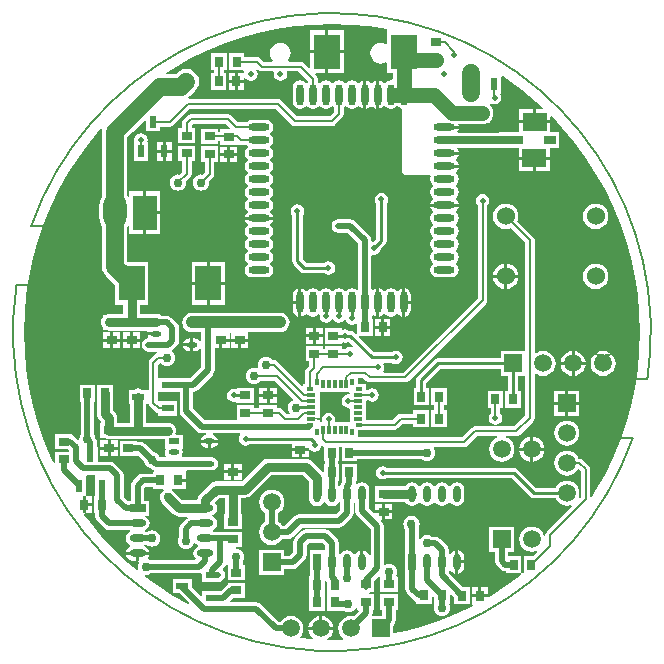
<source format=gtl>
%FSLAX25Y25*%
%MOIN*%
G70*
G01*
G75*
G04 Layer_Physical_Order=1*
G04 Layer_Color=255*
%ADD10R,0.02756X0.03347*%
%ADD11R,0.03347X0.02756*%
%ADD12R,0.03937X0.03150*%
%ADD13R,0.07874X0.06000*%
%ADD14R,0.07000X0.03150*%
%ADD15O,0.07087X0.02362*%
%ADD16O,0.02362X0.07087*%
%ADD17R,0.03937X0.02362*%
%ADD18R,0.02362X0.03937*%
%ADD19R,0.01181X0.02165*%
%ADD20R,0.01181X0.03150*%
%ADD21R,0.02165X0.01181*%
%ADD22R,0.03150X0.01181*%
%ADD23O,0.05500X0.02500*%
%ADD24R,0.05500X0.02500*%
%ADD25R,0.08661X0.11811*%
%ADD26O,0.02500X0.05500*%
%ADD27R,0.02500X0.05500*%
%ADD28O,0.03543X0.01969*%
%ADD29R,0.03543X0.01969*%
%ADD30O,0.03543X0.01969*%
%ADD31C,0.01000*%
%ADD32C,0.00800*%
%ADD33C,0.03000*%
%ADD34C,0.02000*%
%ADD35C,0.04000*%
%ADD36C,0.05000*%
%ADD37C,0.06000*%
%ADD38C,0.00600*%
%ADD39C,0.02500*%
%ADD40C,0.00500*%
%ADD41C,0.06000*%
%ADD42R,0.05906X0.05906*%
%ADD43C,0.05906*%
%ADD44R,0.05906X0.05906*%
%ADD45O,0.07874X0.11811*%
%ADD46R,0.07874X0.11811*%
%ADD47C,0.03000*%
%ADD48C,0.02000*%
%ADD49C,0.05000*%
G36*
X-76497Y67690D02*
X-76636Y66630D01*
Y58900D01*
Y45080D01*
X-76887Y44753D01*
X-77405Y43503D01*
X-77581Y42162D01*
Y38225D01*
X-77405Y36884D01*
X-76887Y35634D01*
X-76636Y35307D01*
Y21800D01*
X-76492Y20704D01*
X-76492Y20704D01*
X-76492D01*
X-76069Y19682D01*
X-75396Y18804D01*
X-72331Y15740D01*
Y9094D01*
X-69523D01*
Y5949D01*
X-73358D01*
X-73400Y5955D01*
X-74205D01*
X-74910Y5862D01*
X-75037Y5809D01*
X-76273D01*
Y4972D01*
X-76564Y4593D01*
X-76836Y3936D01*
X-76929Y3232D01*
X-76836Y2527D01*
X-76564Y1870D01*
X-76273Y1491D01*
Y654D01*
X-75037D01*
X-74910Y601D01*
X-74205Y508D01*
X-73436D01*
X-73395Y503D01*
X-61706D01*
X-61389Y116D01*
X-61415Y-14D01*
X-58499D01*
Y-1014D01*
X-61415D01*
X-61345Y-1366D01*
X-61195Y-1590D01*
X-61387Y-2052D01*
X-62039Y-2182D01*
X-62766Y-2668D01*
X-63253Y-3396D01*
X-63423Y-4254D01*
X-63253Y-5113D01*
X-62766Y-5840D01*
X-62039Y-6327D01*
X-61180Y-6497D01*
X-58212D01*
X-58163Y-6995D01*
X-58524Y-7067D01*
X-59053Y-7421D01*
X-60654Y-9020D01*
X-61007Y-9550D01*
X-61131Y-10174D01*
Y-19156D01*
X-61131D01*
X-61474D01*
X-61485Y-19156D01*
X-61485Y-19156D01*
Y-19156D01*
X-63336D01*
X-63938Y-18906D01*
X-64643Y-18814D01*
X-65347Y-18906D01*
X-65949Y-19156D01*
X-67811D01*
Y-23918D01*
X-67366D01*
Y-30151D01*
X-71577D01*
Y-28574D01*
X-71670Y-27869D01*
X-71942Y-27212D01*
X-72374Y-26648D01*
X-72871Y-26151D01*
Y-20400D01*
X-72964Y-19695D01*
X-73017Y-19568D01*
Y-17527D01*
X-78172D01*
Y-19568D01*
X-78225Y-19695D01*
X-78318Y-20400D01*
Y-27279D01*
X-78225Y-27984D01*
X-77953Y-28641D01*
X-77520Y-29205D01*
X-77023Y-29702D01*
Y-30196D01*
X-77173D01*
Y-35352D01*
X-75273D01*
X-74905Y-35504D01*
X-74200Y-35597D01*
X-55672D01*
Y-38584D01*
X-55605D01*
X-55369Y-39025D01*
X-55545Y-39288D01*
X-55714Y-40140D01*
X-55545Y-40992D01*
X-55409Y-41196D01*
X-55644Y-41637D01*
X-57518D01*
X-57642Y-41338D01*
X-58074Y-40774D01*
X-58638Y-40342D01*
X-59295Y-40069D01*
X-59368Y-40060D01*
X-62234Y-37193D01*
X-62962Y-36707D01*
X-63820Y-36536D01*
X-65027D01*
Y-36202D01*
X-70773D01*
Y-41357D01*
X-65027D01*
Y-41357D01*
X-64415Y-41357D01*
X-62670Y-43102D01*
X-62630Y-43405D01*
X-62358Y-44062D01*
X-61926Y-44626D01*
X-61362Y-45058D01*
X-60705Y-45331D01*
X-60402Y-45370D01*
X-60306Y-45466D01*
X-59578Y-45953D01*
X-59193Y-46029D01*
X-59242Y-46527D01*
X-59778D01*
Y-47157D01*
X-63000D01*
X-63858Y-47328D01*
X-64586Y-47814D01*
X-66386Y-49614D01*
X-66872Y-50342D01*
X-67043Y-51200D01*
Y-56324D01*
X-67991D01*
X-69344Y-54971D01*
Y-47813D01*
X-69515Y-46955D01*
X-70001Y-46227D01*
X-72388Y-43840D01*
X-73116Y-43354D01*
X-73974Y-43183D01*
X-78108D01*
Y-38289D01*
X-78246D01*
Y-36800D01*
X-78417Y-35942D01*
X-78840Y-35308D01*
X-78869Y-35084D01*
X-79141Y-34427D01*
X-79257Y-34277D01*
Y-23273D01*
X-78922D01*
Y-17527D01*
X-84078D01*
Y-23273D01*
X-83743D01*
Y-34277D01*
X-83859Y-34427D01*
X-84131Y-35084D01*
X-84221Y-35772D01*
X-84299Y-35799D01*
X-84767Y-35861D01*
X-85714Y-34914D01*
X-86442Y-34428D01*
X-86527Y-34411D01*
Y-33922D01*
X-92273D01*
Y-39078D01*
X-87894D01*
X-87643Y-39329D01*
Y-39828D01*
X-92273D01*
Y-43703D01*
X-92760Y-43815D01*
X-93586Y-42120D01*
X-95958Y-36392D01*
X-97981Y-30532D01*
X-99645Y-24560D01*
X-100946Y-18499D01*
X-101879Y-12370D01*
X-102440Y-6196D01*
X-102628Y0D01*
X-102440Y6196D01*
X-101879Y12370D01*
X-100946Y18499D01*
X-99645Y24560D01*
X-97981Y30532D01*
X-95958Y36392D01*
X-93586Y42120D01*
X-90872Y47693D01*
X-87827Y53093D01*
X-84461Y58299D01*
X-80787Y63292D01*
X-76955Y67890D01*
X-76497Y67690D01*
D02*
G37*
G36*
X-7723Y-49702D02*
Y-50674D01*
X-7723Y-50674D01*
X-7723D01*
Y-54036D01*
X-7631Y-54741D01*
X-7498Y-55061D01*
Y-55536D01*
X-7308Y-56492D01*
X-6766Y-57303D01*
X-5956Y-57844D01*
X-5000Y-58034D01*
X-4044Y-57844D01*
X-3234Y-57303D01*
X-2750Y-56579D01*
X-2250D01*
X-1766Y-57303D01*
X-956Y-57844D01*
X0Y-58034D01*
X956Y-57844D01*
X1766Y-57303D01*
X2250Y-56579D01*
X2419D01*
X2757Y-56681D01*
Y-59245D01*
X1271Y-60731D01*
X-10900D01*
X-11758Y-60902D01*
X-12486Y-61388D01*
X-15629Y-64531D01*
X-16587D01*
X-17138Y-63812D01*
X-17857Y-63261D01*
Y-60287D01*
X-17138Y-59736D01*
X-16473Y-58868D01*
X-16054Y-57858D01*
X-15911Y-56774D01*
X-16054Y-55690D01*
X-16473Y-54680D01*
X-17138Y-53812D01*
X-18006Y-53147D01*
X-19016Y-52728D01*
X-20100Y-52585D01*
X-21184Y-52728D01*
X-22194Y-53147D01*
X-23062Y-53812D01*
X-23727Y-54680D01*
X-24146Y-55690D01*
X-24289Y-56774D01*
X-24146Y-57858D01*
X-23727Y-58868D01*
X-23062Y-59736D01*
X-22343Y-60287D01*
Y-63261D01*
X-23062Y-63812D01*
X-23727Y-64680D01*
X-24146Y-65690D01*
X-24289Y-66774D01*
X-24146Y-67858D01*
X-23727Y-68868D01*
X-23062Y-69736D01*
X-22194Y-70401D01*
X-21184Y-70820D01*
X-20100Y-70963D01*
X-19016Y-70820D01*
X-18006Y-70401D01*
X-17138Y-69736D01*
X-16587Y-69017D01*
X-14700D01*
X-13842Y-68846D01*
X-13114Y-68360D01*
X-9971Y-65217D01*
X2200D01*
X3058Y-65046D01*
X3786Y-64560D01*
X3786Y-64560D01*
X3786Y-64560D01*
X6586Y-61760D01*
X6586Y-61760D01*
X6586Y-61760D01*
X7072Y-61032D01*
X7243Y-60174D01*
Y-56945D01*
X7500Y-56755D01*
X7757Y-56945D01*
Y-59674D01*
X7928Y-60532D01*
X8414Y-61260D01*
X12857Y-65703D01*
Y-74428D01*
X12359Y-74477D01*
X12308Y-74218D01*
X11766Y-73408D01*
X10956Y-72866D01*
X10500Y-72776D01*
Y-76675D01*
X9500D01*
Y-72776D01*
X9044Y-72866D01*
X8234Y-73408D01*
X7750Y-74132D01*
X7250D01*
X6766Y-73408D01*
X5956Y-72866D01*
X5000Y-72676D01*
X4044Y-72866D01*
X3234Y-73408D01*
X2750Y-74132D01*
X2581D01*
X2243Y-74029D01*
Y-70174D01*
X2072Y-69316D01*
X1586Y-68588D01*
X-614Y-66388D01*
X-1342Y-65902D01*
X-2200Y-65731D01*
X-8600D01*
X-9458Y-65902D01*
X-10186Y-66388D01*
X-12286Y-68488D01*
X-12772Y-69216D01*
X-12943Y-70074D01*
Y-73445D01*
X-14029Y-74531D01*
X-15947D01*
Y-72621D01*
X-24253D01*
Y-80927D01*
X-15947D01*
Y-79017D01*
X-13100D01*
X-12242Y-78846D01*
X-11514Y-78360D01*
X-9114Y-75960D01*
X-8628Y-75232D01*
X-8457Y-74374D01*
Y-71003D01*
X-7671Y-70217D01*
X-3129D01*
X-2243Y-71103D01*
Y-72724D01*
X-2243D01*
X-2550D01*
X-2597Y-72724D01*
X-2597Y-72724D01*
Y-72724D01*
X-7450D01*
Y-80624D01*
X-7243D01*
Y-81227D01*
X-7578D01*
Y-86973D01*
D01*
D01*
X-7578Y-86973D01*
X-7578Y-87127D01*
X-7578D01*
Y-92873D01*
X-2422D01*
Y-87127D01*
D01*
Y-87127D01*
X-2422Y-87127D01*
X-2422Y-86973D01*
X-2422D01*
Y-82970D01*
X-1944Y-82825D01*
X-1672Y-83231D01*
Y-86773D01*
X-1672Y-86773D01*
X-1672D01*
X-1672Y-86973D01*
X-1672Y-87127D01*
D01*
D01*
D01*
X-1672D01*
D01*
Y-92873D01*
X3483D01*
Y-92843D01*
X3988D01*
X4138Y-92958D01*
X4795Y-93230D01*
X5500Y-93323D01*
X6205Y-93230D01*
X6862Y-92958D01*
X7426Y-92526D01*
X7858Y-91962D01*
X7936Y-91773D01*
X8427Y-91871D01*
Y-92578D01*
X8697D01*
X8888Y-93040D01*
X7198Y-94730D01*
X6300Y-94611D01*
X5216Y-94754D01*
X4206Y-95173D01*
X3338Y-95838D01*
X2673Y-96706D01*
X2254Y-97716D01*
X2111Y-98800D01*
X2254Y-99884D01*
X2673Y-100894D01*
X3338Y-101762D01*
X3706Y-102044D01*
X3553Y-102520D01*
X0Y-102628D01*
X-1578Y-102580D01*
X-1606Y-102427D01*
X-738Y-101762D01*
X-73Y-100894D01*
X346Y-99884D01*
X423Y-99300D01*
X-7823D01*
X-7746Y-99884D01*
X-7327Y-100894D01*
X-6662Y-101762D01*
X-6434Y-101936D01*
X-6616Y-102402D01*
X-10659Y-102035D01*
X-10738Y-101762D01*
X-10073Y-100894D01*
X-9654Y-99884D01*
X-9511Y-98800D01*
X-9654Y-97716D01*
X-10073Y-96706D01*
X-10738Y-95838D01*
X-11606Y-95173D01*
X-12616Y-94754D01*
X-13700Y-94611D01*
X-14784Y-94754D01*
X-15794Y-95173D01*
X-16662Y-95838D01*
X-17213Y-96557D01*
X-17771D01*
X-23627Y-90701D01*
X-24354Y-90215D01*
X-25213Y-90044D01*
X-33819D01*
X-34010Y-89582D01*
X-33111Y-88683D01*
X-29027D01*
Y-83528D01*
X-34773D01*
Y-84173D01*
X-35292Y-84519D01*
X-37091Y-86319D01*
X-43268D01*
Y-87684D01*
X-43730Y-87875D01*
X-46774Y-84832D01*
Y-82382D01*
X-53111D01*
Y-87144D01*
X-50806D01*
X-47587Y-90364D01*
X-47889Y-90762D01*
X-53093Y-87827D01*
X-58299Y-84461D01*
X-62539Y-81341D01*
X-62353Y-80877D01*
X-62000Y-80923D01*
X-61295Y-80831D01*
X-60638Y-80559D01*
X-60488Y-80443D01*
X-44200D01*
X-43655Y-80335D01*
X-43268Y-80652D01*
Y-83207D01*
X-36931D01*
Y-82874D01*
X-36240Y-82412D01*
X-35754Y-81684D01*
X-35583Y-80826D01*
X-35754Y-79968D01*
X-36240Y-79240D01*
X-36287Y-78759D01*
X-35714Y-78186D01*
X-35252Y-77494D01*
X-34773Y-77640D01*
Y-82778D01*
X-29027D01*
Y-77622D01*
X-29657D01*
Y-76282D01*
X-29642Y-76262D01*
X-29370Y-75605D01*
X-29277Y-74900D01*
X-29370Y-74195D01*
X-29642Y-73538D01*
X-30074Y-72974D01*
X-30638Y-72541D01*
X-31295Y-72269D01*
X-31957Y-72182D01*
X-31924Y-71684D01*
X-30127D01*
Y-66528D01*
X-35873D01*
Y-66531D01*
X-39517D01*
X-39662Y-66052D01*
X-38896Y-65540D01*
X-38354Y-64730D01*
X-38164Y-63774D01*
X-38354Y-62818D01*
X-38896Y-62008D01*
X-39706Y-61466D01*
X-40436Y-61321D01*
X-40344Y-61209D01*
X-39706Y-61082D01*
X-38896Y-60540D01*
X-38354Y-59730D01*
X-38164Y-58774D01*
X-38354Y-57818D01*
X-38896Y-57008D01*
X-38937Y-56589D01*
X-37572Y-55223D01*
X-35723D01*
Y-60622D01*
X-35873D01*
Y-65778D01*
X-30127D01*
Y-60622D01*
X-30277D01*
Y-55223D01*
X-28900D01*
X-28195Y-55130D01*
X-27538Y-54858D01*
X-26974Y-54426D01*
X-20346Y-47797D01*
X-9628D01*
X-7723Y-49702D01*
D02*
G37*
G36*
X-50743Y-26300D02*
X-50572Y-27158D01*
X-50086Y-27886D01*
X-50086Y-27886D01*
X-50086Y-27886D01*
X-44879Y-33093D01*
X-44879D01*
X-44879Y-33093D01*
X-44879Y-33093D01*
Y-33093D01*
X-44151Y-33579D01*
X-43293Y-33750D01*
X-42101D01*
X-42052Y-34248D01*
X-42529Y-34343D01*
X-43251Y-34825D01*
X-43734Y-35548D01*
X-43804Y-35900D01*
X-37974D01*
X-38044Y-35548D01*
X-38527Y-34825D01*
X-39249Y-34343D01*
X-39726Y-34248D01*
X-39676Y-33750D01*
X-30740D01*
X-30505Y-34191D01*
X-30872Y-34742D01*
X-31043Y-35600D01*
X-30872Y-36458D01*
X-30386Y-37186D01*
X-29658Y-37672D01*
X-28800Y-37843D01*
X-27942Y-37672D01*
X-27434Y-37333D01*
X-13373D01*
Y-38669D01*
X-7632D01*
X-7627Y-38677D01*
Y-39489D01*
X-7186Y-39253D01*
X-6558Y-39672D01*
X-5700Y-39843D01*
X-4842Y-39672D01*
X-4114Y-39186D01*
X-3628Y-38458D01*
X-3561Y-38122D01*
X-3099Y-37931D01*
X-2724Y-38181D01*
X-2678Y-38190D01*
Y-43047D01*
X-2343D01*
Y-43901D01*
X-2678D01*
Y-46391D01*
X-3140Y-46583D01*
X-6574Y-43148D01*
X-7138Y-42716D01*
X-7627Y-42513D01*
Y-42496D01*
X-7668D01*
X-7795Y-42443D01*
X-8500Y-42351D01*
X-21474D01*
X-22097Y-42433D01*
X-22179Y-42443D01*
X-22836Y-42716D01*
X-23400Y-43148D01*
X-30028Y-49777D01*
X-38700D01*
X-39405Y-49869D01*
X-40062Y-50142D01*
X-40626Y-50574D01*
X-44088Y-54036D01*
X-44521Y-54601D01*
X-44793Y-55257D01*
X-44886Y-55962D01*
Y-56051D01*
X-49898D01*
X-52774Y-53174D01*
X-53338Y-52741D01*
X-53285Y-52443D01*
X-48717Y-52273D01*
X-48717D01*
Y-49900D01*
X-51296D01*
Y-48900D01*
X-48717D01*
Y-46527D01*
X-48717D01*
Y-46477D01*
X-48363Y-46123D01*
X-40889D01*
X-40808Y-46107D01*
X-40102D01*
X-39249Y-45938D01*
X-38527Y-45455D01*
X-38044Y-44733D01*
X-37874Y-43880D01*
X-38044Y-43028D01*
X-38527Y-42305D01*
X-39249Y-41823D01*
X-40102Y-41653D01*
X-40808D01*
X-40889Y-41637D01*
X-49756D01*
X-49991Y-41196D01*
X-49855Y-40992D01*
X-49686Y-40140D01*
X-49855Y-39288D01*
X-50031Y-39025D01*
X-49795Y-38584D01*
X-49728D01*
Y-34216D01*
X-51883D01*
X-52161Y-33800D01*
X-52069Y-33579D01*
X-51977Y-32874D01*
X-52069Y-32169D01*
X-52342Y-31512D01*
X-52774Y-30948D01*
X-53338Y-30516D01*
X-53995Y-30244D01*
X-54700Y-30151D01*
X-61919D01*
Y-23918D01*
X-61474Y-23918D01*
Y-23918D01*
X-61063D01*
X-61007Y-24198D01*
X-60654Y-24728D01*
X-58754Y-26628D01*
X-58224Y-26981D01*
X-57968Y-27032D01*
Y-27855D01*
X-51631D01*
Y-23093D01*
X-57674D01*
X-57869Y-22898D01*
Y-19981D01*
X-51631D01*
Y-19843D01*
X-50743D01*
Y-26300D01*
D02*
G37*
G36*
X6196Y102440D02*
X12370Y101879D01*
X18398Y100962D01*
Y100605D01*
X18398D01*
Y96327D01*
X17982Y96049D01*
X17161Y96389D01*
X16255Y96509D01*
X15349Y96389D01*
X14504Y96040D01*
X13779Y95483D01*
X13223Y94758D01*
X12873Y93913D01*
X12754Y93007D01*
X12873Y92101D01*
X13223Y91256D01*
X13779Y90531D01*
X14504Y89975D01*
X15349Y89625D01*
X16255Y89505D01*
X17161Y89625D01*
X17982Y89965D01*
X18398Y89687D01*
Y86395D01*
X20197D01*
Y84218D01*
X19810Y83900D01*
X19598Y83943D01*
X18668Y83758D01*
X17881Y83232D01*
X17682Y82934D01*
X17182D01*
X16984Y83232D01*
X16196Y83758D01*
X15767Y83843D01*
Y79152D01*
Y74462D01*
X16196Y74548D01*
X16984Y75074D01*
X17182Y75371D01*
X17682D01*
X17881Y75074D01*
X18668Y74548D01*
X19598Y74363D01*
X20527Y74548D01*
X21314Y75074D01*
X21513Y75371D01*
X22013D01*
X22212Y75074D01*
X22999Y74548D01*
X23120Y74524D01*
X23398Y74108D01*
X23322Y73726D01*
Y53826D01*
X23322Y53826D01*
X23322D01*
X23434Y53260D01*
X23755Y52781D01*
X24234Y52460D01*
X24800Y52348D01*
X32684D01*
X32906Y51932D01*
X32721Y51003D01*
X32906Y50074D01*
X33432Y49286D01*
X33729Y49088D01*
Y48588D01*
X33432Y48389D01*
X32906Y47601D01*
X32721Y46672D01*
X32906Y45743D01*
X33432Y44956D01*
X33729Y44757D01*
Y44257D01*
X33432Y44058D01*
X32906Y43271D01*
X32820Y42842D01*
X42202D01*
X42116Y43271D01*
X41590Y44058D01*
X41293Y44257D01*
Y44757D01*
X41590Y44956D01*
X42116Y45743D01*
X42301Y46672D01*
X42116Y47601D01*
X41590Y48389D01*
X41293Y48588D01*
Y49088D01*
X41590Y49286D01*
X42116Y50074D01*
X42301Y51003D01*
X42116Y51932D01*
X41590Y52720D01*
X41293Y52919D01*
Y53419D01*
X41590Y53617D01*
X42116Y54405D01*
X42202Y54834D01*
X37510D01*
Y55834D01*
X42202D01*
X42116Y56263D01*
X41590Y57051D01*
X41293Y57249D01*
Y57749D01*
X41590Y57948D01*
X42116Y58736D01*
X42202Y59165D01*
X37510D01*
Y60165D01*
X42202D01*
X42116Y60594D01*
X41590Y61381D01*
X41625Y61497D01*
X55664D01*
Y61225D01*
X62363D01*
Y58400D01*
X72637D01*
Y61225D01*
X75769D01*
Y66775D01*
X72737D01*
Y69636D01*
X62463D01*
Y66775D01*
X55664D01*
Y66493D01*
X42043D01*
X41807Y66934D01*
X42116Y67397D01*
X42202Y67826D01*
X37510D01*
Y68826D01*
X42202D01*
X42116Y69255D01*
X42127Y69275D01*
X50013D01*
X50979Y69402D01*
X51671Y69689D01*
X52544D01*
Y70285D01*
X52652Y70368D01*
X53245Y71141D01*
X53618Y72041D01*
X53745Y73007D01*
X53618Y73973D01*
X53245Y74873D01*
X52652Y75646D01*
X52544Y75729D01*
Y76026D01*
X52544Y76026D01*
Y76026D01*
X52595Y76102D01*
X53085Y76199D01*
X53342Y76028D01*
X54200Y75857D01*
X55058Y76028D01*
X55786Y76514D01*
X56272Y77242D01*
X56443Y78100D01*
X56272Y78958D01*
X56184Y79090D01*
X56420Y79532D01*
X56481D01*
Y85113D01*
X56920Y85352D01*
X58299Y84461D01*
X63292Y80787D01*
X68055Y76818D01*
X70197Y74801D01*
X70013Y74336D01*
X68100D01*
Y70636D01*
X72737D01*
Y71712D01*
X73202Y71896D01*
X76818Y68055D01*
X80787Y63292D01*
X84461Y58299D01*
X87827Y53093D01*
X90872Y47693D01*
X93586Y42120D01*
X95958Y36392D01*
X97981Y30532D01*
X99645Y24560D01*
X100946Y18499D01*
X101879Y12370D01*
X102440Y6196D01*
X102628Y0D01*
X102440Y-6196D01*
X101879Y-12370D01*
X100946Y-18499D01*
X99645Y-24560D01*
X97981Y-30532D01*
X95958Y-36392D01*
X93586Y-42120D01*
X90872Y-47693D01*
X87827Y-53093D01*
X86609Y-54977D01*
X86129Y-54835D01*
Y-45800D01*
X86013Y-45215D01*
X85681Y-44719D01*
X83581Y-42619D01*
X83085Y-42287D01*
X82500Y-42171D01*
X82161D01*
X81927Y-41606D01*
X81262Y-40738D01*
X80394Y-40073D01*
X79384Y-39654D01*
X78300Y-39511D01*
X77216Y-39654D01*
X76206Y-40073D01*
X75338Y-40738D01*
X74673Y-41606D01*
X74254Y-42616D01*
X74111Y-43700D01*
X74254Y-44784D01*
X74673Y-45794D01*
X75338Y-46662D01*
X76206Y-47327D01*
X77216Y-47746D01*
X78300Y-47889D01*
X79384Y-47746D01*
X80394Y-47327D01*
X81262Y-46662D01*
X81915Y-45810D01*
X82414Y-45777D01*
X83071Y-46433D01*
Y-54966D01*
X82610Y-55427D01*
X82195Y-55149D01*
X82346Y-54784D01*
X82489Y-53700D01*
X82346Y-52616D01*
X81927Y-51606D01*
X81262Y-50738D01*
X80394Y-50073D01*
X79384Y-49654D01*
X78300Y-49511D01*
X77216Y-49654D01*
X76206Y-50073D01*
X75338Y-50738D01*
X74673Y-51606D01*
X74523Y-51967D01*
X68118D01*
X61826Y-45674D01*
X61263Y-45299D01*
X60600Y-45167D01*
X18266D01*
X17758Y-44828D01*
X16900Y-44657D01*
X16042Y-44828D01*
X15314Y-45314D01*
X14828Y-46042D01*
X14657Y-46900D01*
X14828Y-47758D01*
X15314Y-48486D01*
X16042Y-48972D01*
X16900Y-49143D01*
X17758Y-48972D01*
X18266Y-48633D01*
X59882D01*
X66174Y-54926D01*
X66174Y-54926D01*
X66174D01*
X66174Y-54926D01*
X66174D01*
X66174Y-54926D01*
Y-54926D01*
Y-54926D01*
D01*
D01*
X66174D01*
Y-54926D01*
X66737Y-55301D01*
X67400Y-55433D01*
X74523D01*
X74673Y-55794D01*
X75338Y-56662D01*
X76206Y-57327D01*
X77216Y-57746D01*
X78300Y-57889D01*
X79384Y-57746D01*
X79749Y-57595D01*
X80027Y-58011D01*
X71519Y-66519D01*
X71187Y-67015D01*
X71071Y-67600D01*
Y-67760D01*
X70580Y-67857D01*
X70227Y-67006D01*
X69562Y-66138D01*
X68694Y-65473D01*
X67684Y-65054D01*
X66600Y-64911D01*
X65516Y-65054D01*
X64506Y-65473D01*
X63638Y-66138D01*
X62973Y-67006D01*
X62554Y-68016D01*
X62411Y-69100D01*
X62554Y-70184D01*
X62973Y-71194D01*
X63638Y-72062D01*
X64506Y-72727D01*
X65516Y-73146D01*
X66600Y-73289D01*
X67684Y-73146D01*
X68229Y-72920D01*
X68507Y-73336D01*
X67216Y-74627D01*
X63928D01*
Y-80178D01*
X63506Y-80446D01*
X63268Y-80335D01*
X63178Y-80293D01*
X63178Y-80181D01*
Y-80181D01*
Y-74627D01*
X58843D01*
Y-73253D01*
X60753D01*
Y-64947D01*
X52447D01*
Y-73253D01*
X54357D01*
Y-76300D01*
X54528Y-77158D01*
X55014Y-77886D01*
X55014Y-77886D01*
X55014Y-77886D01*
X56214Y-79086D01*
X56942Y-79572D01*
X57800Y-79743D01*
X58022D01*
Y-80373D01*
X62948D01*
X63002Y-80439D01*
D01*
X63059Y-80506D01*
X62998Y-81003D01*
X58299Y-84461D01*
X53093Y-87827D01*
X52310Y-88269D01*
X51878Y-88016D01*
Y-88374D01*
X46722D01*
Y-90747D01*
X46837D01*
X46949Y-91234D01*
X42120Y-93586D01*
X36392Y-95958D01*
X30532Y-97981D01*
X24560Y-99645D01*
X20842Y-100444D01*
X20453Y-100129D01*
Y-97820D01*
X20586Y-97686D01*
X21072Y-96958D01*
X21243Y-96100D01*
Y-92578D01*
X21873D01*
Y-87422D01*
X16127D01*
Y-92578D01*
X16757D01*
Y-94647D01*
X13769D01*
X13451Y-94261D01*
X13543Y-93800D01*
Y-92578D01*
X14173D01*
Y-87422D01*
X12638D01*
X12493Y-86944D01*
X12886Y-86681D01*
X12892Y-86672D01*
X14173D01*
Y-82899D01*
X15665Y-81407D01*
X16127Y-81599D01*
Y-86672D01*
X21873D01*
Y-81516D01*
X21703D01*
X21425Y-81101D01*
X21631Y-80605D01*
X21723Y-79900D01*
X21631Y-79195D01*
X21358Y-78538D01*
X20926Y-77974D01*
X20362Y-77542D01*
X19705Y-77270D01*
X19000Y-77177D01*
X18295Y-77270D01*
X17759Y-77492D01*
X17343Y-77214D01*
Y-64774D01*
X17172Y-63916D01*
X16686Y-63188D01*
X16432Y-62934D01*
X16623Y-62472D01*
X16700D01*
Y-60394D01*
X14327D01*
Y-60175D01*
X13865Y-60367D01*
X12243Y-58745D01*
Y-56589D01*
X12308Y-56492D01*
X12498Y-55536D01*
Y-52536D01*
X12308Y-51580D01*
X11766Y-50770D01*
X10956Y-50228D01*
X10000Y-50038D01*
X9044Y-50228D01*
X8490Y-50599D01*
X8049Y-50363D01*
Y-49647D01*
X8383D01*
Y-43901D01*
X3228D01*
Y-49647D01*
X3228D01*
X3228Y-50067D01*
X2928Y-50516D01*
X2757Y-51374D01*
Y-51391D01*
X2545Y-51455D01*
X2143Y-51158D01*
Y-49647D01*
X2478D01*
Y-43901D01*
X2143D01*
Y-43047D01*
X2478D01*
Y-38305D01*
X3228D01*
Y-43047D01*
X8383D01*
Y-42417D01*
X30074D01*
X30283Y-42577D01*
X30940Y-42849D01*
X31645Y-42942D01*
X32350Y-42849D01*
X33007Y-42577D01*
X33571Y-42145D01*
X34003Y-41581D01*
X34275Y-40924D01*
X34368Y-40219D01*
X34275Y-39514D01*
X34003Y-38857D01*
X33924Y-38754D01*
X34145Y-38305D01*
X44100D01*
X44724Y-38181D01*
X45254Y-37828D01*
X45254Y-37828D01*
X45254Y-37828D01*
X48376Y-34705D01*
X55076D01*
X55174Y-35196D01*
X54506Y-35473D01*
X53638Y-36138D01*
X52973Y-37006D01*
X52554Y-38016D01*
X52411Y-39100D01*
X52554Y-40184D01*
X52973Y-41194D01*
X53638Y-42062D01*
X54506Y-42727D01*
X55516Y-43146D01*
X56600Y-43289D01*
X57684Y-43146D01*
X58694Y-42727D01*
X59562Y-42062D01*
X60227Y-41194D01*
X60646Y-40184D01*
X60789Y-39100D01*
X60646Y-38016D01*
X60227Y-37006D01*
X59562Y-36138D01*
X58694Y-35473D01*
X58026Y-35196D01*
X58123Y-34705D01*
X61500D01*
X62124Y-34581D01*
X62653Y-34228D01*
X62653Y-34228D01*
X62653Y-34228D01*
X67054Y-29828D01*
X67407Y-29298D01*
X67531Y-28674D01*
X67531Y-28674D01*
X67531Y-28674D01*
Y-28674D01*
Y-14073D01*
X67980Y-13851D01*
X68306Y-14101D01*
X69316Y-14520D01*
X70400Y-14663D01*
X71484Y-14520D01*
X72494Y-14101D01*
X73362Y-13436D01*
X74027Y-12568D01*
X74446Y-11558D01*
X74589Y-10474D01*
X74446Y-9390D01*
X74027Y-8380D01*
X73362Y-7512D01*
X72494Y-6847D01*
X71484Y-6428D01*
X70400Y-6285D01*
X69316Y-6428D01*
X68306Y-6847D01*
X67980Y-7097D01*
X67531Y-6876D01*
Y30636D01*
X67407Y31260D01*
X67054Y31789D01*
X61824Y37019D01*
X62025Y37506D01*
X62170Y38602D01*
X62025Y39698D01*
X61602Y40720D01*
X60929Y41598D01*
X60052Y42271D01*
X59030Y42694D01*
X57933Y42838D01*
X56837Y42694D01*
X55815Y42271D01*
X54938Y41598D01*
X54265Y40720D01*
X53842Y39698D01*
X53697Y38602D01*
X53842Y37506D01*
X54265Y36484D01*
X54938Y35607D01*
X55815Y34933D01*
X56837Y34510D01*
X57933Y34366D01*
X59030Y34510D01*
X59517Y34712D01*
X64269Y29960D01*
Y-6321D01*
X56247D01*
Y-8741D01*
X35400D01*
X34737Y-8873D01*
X34174Y-9248D01*
X28541Y-14882D01*
X28166Y-15444D01*
X28034Y-16107D01*
Y-18623D01*
X27189D01*
Y-24369D01*
X32345D01*
Y-18623D01*
X31500D01*
Y-16825D01*
X36118Y-12207D01*
X56247D01*
Y-14627D01*
X58667D01*
Y-19527D01*
X57828D01*
Y-25273D01*
X62984D01*
Y-19527D01*
X62133D01*
Y-14627D01*
X64269D01*
Y-27998D01*
X60824Y-31443D01*
X47700D01*
X47076Y-31567D01*
X46547Y-31920D01*
X43424Y-35043D01*
X8590D01*
Y-32676D01*
X11464D01*
Y-32516D01*
X20889D01*
X21513Y-32392D01*
X22042Y-32039D01*
X22042Y-32039D01*
X22042Y-32039D01*
X23554Y-30527D01*
X27183D01*
Y-31769D01*
X32339D01*
Y-26023D01*
X27183D01*
Y-27265D01*
X22878D01*
X22254Y-27389D01*
X21724Y-27742D01*
X20213Y-29254D01*
X11464D01*
Y-28739D01*
Y-26770D01*
Y-24802D01*
Y-22920D01*
X11905Y-22684D01*
X12566Y-23126D01*
X13424Y-23296D01*
X14283Y-23126D01*
X15010Y-22639D01*
X15496Y-21912D01*
X15667Y-21053D01*
X15496Y-20195D01*
X15010Y-19467D01*
X14283Y-18981D01*
X13424Y-18810D01*
X12566Y-18981D01*
X11922Y-19411D01*
X11464D01*
Y-19252D01*
Y-17284D01*
X8590D01*
Y-15205D01*
X10324D01*
X11416Y-16297D01*
X11945Y-16650D01*
X12569Y-16775D01*
X24431D01*
X25055Y-16650D01*
X25584Y-16297D01*
X25584Y-16297D01*
X25584Y-16297D01*
X51354Y9472D01*
X51707Y10002D01*
X51831Y10626D01*
X51831Y10626D01*
X51831Y10626D01*
Y10626D01*
Y42308D01*
X52272Y42968D01*
X52443Y43826D01*
X52272Y44684D01*
X51786Y45412D01*
X51058Y45898D01*
X50200Y46069D01*
X49342Y45898D01*
X48614Y45412D01*
X48128Y44684D01*
X47957Y43826D01*
X48128Y42968D01*
X48569Y42308D01*
Y11302D01*
X23755Y-13512D01*
X17215D01*
X16979Y-13071D01*
X17272Y-12632D01*
X17443Y-11774D01*
X17272Y-10916D01*
X17094Y-10648D01*
X17329Y-10207D01*
X19934D01*
X20442Y-10546D01*
X21300Y-10717D01*
X22158Y-10546D01*
X22886Y-10060D01*
X23372Y-9332D01*
X23543Y-8474D01*
X23372Y-7616D01*
X22886Y-6888D01*
X22158Y-6402D01*
X21300Y-6231D01*
X20442Y-6402D01*
X19934Y-6741D01*
X14018D01*
X8986Y-1709D01*
X9178Y-1247D01*
X13572D01*
Y4499D01*
X13238D01*
Y5461D01*
X13679Y5697D01*
X14338Y5256D01*
X14767Y5171D01*
Y9860D01*
Y14552D01*
X14338Y14467D01*
X13620Y13987D01*
X13179Y14223D01*
Y25452D01*
X13566Y25769D01*
X14000Y25683D01*
X14858Y25854D01*
X15586Y26340D01*
X16072Y27068D01*
X16191Y27666D01*
X17726Y29200D01*
X18101Y29763D01*
X18233Y30426D01*
Y42834D01*
X18572Y43342D01*
X18743Y44200D01*
X18572Y45058D01*
X18086Y45786D01*
X17358Y46272D01*
X16500Y46443D01*
X15642Y46272D01*
X14914Y45786D01*
X14428Y45058D01*
X14257Y44200D01*
X14428Y43342D01*
X14767Y42834D01*
Y31144D01*
X13740Y30117D01*
X13566Y30083D01*
X13179Y30400D01*
Y30518D01*
X13009Y31376D01*
X12522Y32104D01*
X7714Y36912D01*
X6986Y37398D01*
X6128Y37569D01*
X2100D01*
X1242Y37398D01*
X514Y36912D01*
X28Y36184D01*
X-143Y35326D01*
X28Y34468D01*
X514Y33740D01*
X1242Y33254D01*
X2100Y33083D01*
X5199D01*
X8693Y29588D01*
Y14223D01*
X8252Y13987D01*
X7535Y14467D01*
X6605Y14651D01*
X5676Y14467D01*
X4889Y13940D01*
X4690Y13643D01*
X4190D01*
X3991Y13940D01*
X3204Y14467D01*
X2275Y14651D01*
X1346Y14467D01*
X558Y13940D01*
X359Y13643D01*
X-141D01*
X-339Y13940D01*
X-1127Y14467D01*
X-2056Y14651D01*
X-2985Y14467D01*
X-3773Y13940D01*
X-3971Y13643D01*
X-4471D01*
X-4670Y13940D01*
X-5457Y14467D01*
X-6387Y14651D01*
X-7316Y14467D01*
X-8103Y13940D01*
X-8302Y13643D01*
X-8802D01*
X-9001Y13940D01*
X-9788Y14467D01*
X-10217Y14552D01*
Y9860D01*
Y5171D01*
X-9788Y5256D01*
X-9001Y5782D01*
X-8802Y6080D01*
X-8302D01*
X-8103Y5782D01*
X-7316Y5256D01*
X-6387Y5071D01*
X-5457Y5256D01*
X-4670Y5782D01*
X-4531Y5991D01*
X-4069Y5799D01*
X-4143Y5426D01*
X-3972Y4568D01*
X-3486Y3840D01*
X-2758Y3354D01*
X-1900Y3183D01*
X-1042Y3354D01*
X-314Y3840D01*
X-50Y4235D01*
X450D01*
X714Y3840D01*
X1442Y3354D01*
X2300Y3183D01*
X3158Y3354D01*
X3886Y3840D01*
X4095Y4152D01*
X4585Y4055D01*
X4628Y3842D01*
X5114Y3114D01*
X5842Y2628D01*
X6700Y2457D01*
X7558Y2628D01*
X7976Y2906D01*
X8416Y2671D01*
Y-486D01*
X7955Y-677D01*
X7326Y-48D01*
X6763Y327D01*
X6100Y459D01*
X5766D01*
X5258Y798D01*
X4400Y969D01*
X3660Y822D01*
X3273Y1139D01*
Y1309D01*
X-2473D01*
Y-3847D01*
X3273D01*
Y-3687D01*
X3660Y-3370D01*
X4400Y-3517D01*
X5258Y-3346D01*
X5536Y-3161D01*
X7119Y-4744D01*
X6801Y-5130D01*
X6758Y-5102D01*
X5900Y-4931D01*
X5042Y-5102D01*
X4382Y-5543D01*
X3273D01*
Y-4596D01*
X-2473D01*
Y-5543D01*
X-3027D01*
Y-4596D01*
X-8773D01*
Y-9752D01*
X-7531D01*
Y-11298D01*
X-8547Y-12314D01*
X-8901Y-12843D01*
X-9025Y-13468D01*
Y-17284D01*
X-9676D01*
Y-17637D01*
X-10138Y-17829D01*
X-18146Y-9821D01*
X-18676Y-9467D01*
X-19300Y-9343D01*
X-19849D01*
X-20074Y-9048D01*
X-20638Y-8616D01*
X-21295Y-8343D01*
X-22000Y-8251D01*
X-22705Y-8343D01*
X-23362Y-8616D01*
X-23926Y-9048D01*
X-24358Y-9612D01*
X-24631Y-10269D01*
X-24723Y-10974D01*
X-24631Y-11679D01*
X-24611Y-11727D01*
X-24964Y-12081D01*
X-25295Y-11943D01*
X-26000Y-11851D01*
X-26705Y-11943D01*
X-27362Y-12216D01*
X-27926Y-12648D01*
X-28358Y-13212D01*
X-28631Y-13869D01*
X-28723Y-14574D01*
X-28631Y-15279D01*
X-28358Y-15936D01*
X-27926Y-16500D01*
X-27362Y-16932D01*
X-26705Y-17205D01*
X-26000Y-17297D01*
X-25295Y-17205D01*
X-24638Y-16932D01*
X-24074Y-16500D01*
X-23848Y-16205D01*
X-19076D01*
X-13046Y-22235D01*
X-13144Y-22725D01*
X-13362Y-22816D01*
X-13926Y-23248D01*
X-14358Y-23812D01*
X-14630Y-24469D01*
X-14723Y-25174D01*
X-14630Y-25879D01*
X-14358Y-26536D01*
X-14007Y-26994D01*
X-14228Y-27443D01*
X-14824D01*
X-16441Y-25826D01*
X-16970Y-25472D01*
X-17594Y-25348D01*
X-18427D01*
Y-24402D01*
X-24173D01*
Y-25348D01*
X-25992D01*
Y-24402D01*
X-31739D01*
Y-29264D01*
X-42364D01*
X-46257Y-25371D01*
Y-19835D01*
X-45442Y-19672D01*
X-44714Y-19186D01*
X-44714Y-19186D01*
X-44714Y-19186D01*
X-39714Y-14186D01*
X-39714Y-14186D01*
X-39714Y-14186D01*
X-39228Y-13458D01*
X-39057Y-12600D01*
Y-5257D01*
X-37500D01*
Y-2678D01*
X-37001D01*
Y-2180D01*
X-34127D01*
Y-455D01*
X-33665Y-264D01*
X-33573Y-355D01*
Y-2180D01*
X-27827D01*
Y-355D01*
X-27827Y-355D01*
D01*
D01*
X-27827Y-102D01*
D01*
X-27727Y-2D01*
X-17300D01*
X-16465Y108D01*
X-15686Y431D01*
X-15018Y944D01*
X-14505Y1612D01*
X-14182Y2391D01*
X-14072Y3226D01*
X-14182Y4061D01*
X-14505Y4840D01*
X-15018Y5508D01*
X-15686Y6021D01*
X-16465Y6344D01*
X-17300Y6454D01*
X-46689D01*
X-47524Y6344D01*
X-48303Y6021D01*
X-48971Y5508D01*
X-49484Y4840D01*
X-49807Y4061D01*
X-49917Y3226D01*
X-49807Y2391D01*
X-49484Y1612D01*
X-48971Y944D01*
X-48303Y431D01*
X-47524Y108D01*
X-46689Y-2D01*
X-43543D01*
Y-2991D01*
X-44022Y-3136D01*
X-44327Y-2680D01*
X-45049Y-2197D01*
X-45902Y-2027D01*
X-46189D01*
Y-4255D01*
Y-6481D01*
X-45902D01*
X-45049Y-6312D01*
X-44327Y-5829D01*
X-44022Y-5372D01*
X-43543Y-5517D01*
Y-11671D01*
X-47229Y-15357D01*
X-51631D01*
Y-15219D01*
X-57869D01*
Y-10850D01*
X-57451Y-10432D01*
X-56952Y-10465D01*
X-56926Y-10500D01*
X-56362Y-10932D01*
X-55705Y-11204D01*
X-55000Y-11297D01*
X-54295Y-11204D01*
X-53638Y-10932D01*
X-53074Y-10500D01*
X-52641Y-9936D01*
X-52369Y-9279D01*
X-52277Y-8574D01*
X-52369Y-7869D01*
X-52641Y-7212D01*
X-53074Y-6648D01*
X-53259Y-6506D01*
X-53243Y-6007D01*
X-52994Y-5840D01*
X-52994Y-5840D01*
X-52994Y-5840D01*
X-51614Y-4460D01*
X-51614Y-4460D01*
X-51614Y-4460D01*
X-51128Y-3732D01*
X-50957Y-2874D01*
Y1326D01*
X-51128Y2184D01*
X-51614Y2912D01*
X-53514Y4812D01*
X-54242Y5298D01*
X-55100Y5469D01*
X-56988D01*
X-57138Y5584D01*
X-57795Y5856D01*
X-58500Y5949D01*
X-64077D01*
Y9094D01*
X-61269D01*
Y23305D01*
X-67915D01*
X-68164Y23555D01*
Y35130D01*
X-67757Y35421D01*
X-67537Y35347D01*
Y32695D01*
X-62900D01*
Y39799D01*
Y46905D01*
X-67537D01*
Y45041D01*
X-67757Y44966D01*
X-68164Y45257D01*
Y58900D01*
Y64875D01*
X-66218Y66821D01*
X-62606Y70433D01*
X-62144Y70242D01*
Y66874D01*
X-57382D01*
Y68411D01*
X-54058D01*
X-53433Y68535D01*
X-52904Y68889D01*
X-47324Y74469D01*
X-18650D01*
X-13353Y69172D01*
X-12824Y68819D01*
X-12200Y68695D01*
X-100D01*
X524Y68819D01*
X1053Y69172D01*
X1054Y69172D01*
X1053Y69172D01*
X3428Y71547D01*
X3782Y72076D01*
X3906Y72701D01*
X3906Y72701D01*
X3906Y72701D01*
Y72701D01*
Y75017D01*
X3991Y75074D01*
X4190Y75371D01*
X4690D01*
X4889Y75074D01*
X5676Y74548D01*
X6605Y74363D01*
X7535Y74548D01*
X8322Y75074D01*
X8521Y75371D01*
X9021D01*
X9219Y75074D01*
X10007Y74548D01*
X10436Y74462D01*
Y79152D01*
Y83843D01*
X10007Y83758D01*
X9219Y83232D01*
X9021Y82934D01*
X8521D01*
X8322Y83232D01*
X7535Y83758D01*
X6605Y83943D01*
X5676Y83758D01*
X4889Y83232D01*
X4690Y82934D01*
X4190D01*
X3991Y83232D01*
X3204Y83758D01*
X2275Y83943D01*
X1346Y83758D01*
X558Y83232D01*
X359Y82934D01*
X-141D01*
X-339Y83232D01*
X-1127Y83758D01*
X-2056Y83943D01*
X-2985Y83758D01*
X-3773Y83232D01*
X-3971Y82934D01*
X-4471D01*
X-4670Y83232D01*
X-4755Y83289D01*
Y84413D01*
X-4879Y85037D01*
X-5233Y85566D01*
X-5599Y85933D01*
X-5408Y86395D01*
X-2162D01*
Y93000D01*
X-7193D01*
Y88179D01*
X-7655Y87988D01*
X-9320Y89653D01*
X-9850Y90007D01*
X-10474Y90131D01*
X-14475D01*
X-14696Y90580D01*
X-14177Y91256D01*
X-13827Y92101D01*
X-13708Y93007D01*
X-13827Y93913D01*
X-14177Y94758D01*
X-14733Y95483D01*
X-15459Y96040D01*
X-16303Y96389D01*
X-17210Y96509D01*
X-18116Y96389D01*
X-18960Y96040D01*
X-19685Y95483D01*
X-20242Y94758D01*
X-20592Y93913D01*
X-20711Y93007D01*
X-20592Y92101D01*
X-20242Y91256D01*
X-19723Y90580D01*
X-19944Y90131D01*
X-22698D01*
X-23846Y91280D01*
X-24376Y91633D01*
X-25000Y91757D01*
X-29217D01*
Y92999D01*
X-34372D01*
Y87253D01*
X-29662D01*
X-29316Y87022D01*
X-29317Y86761D01*
X-29396Y86499D01*
X-29538Y86499D01*
X-29538Y86499D01*
Y86499D01*
X-31394D01*
Y84126D01*
X-29316D01*
Y84646D01*
X-28838Y84791D01*
X-28586Y84414D01*
X-27858Y83928D01*
X-27000Y83757D01*
X-26142Y83928D01*
X-25414Y84414D01*
X-24928Y85142D01*
X-24757Y86000D01*
X-24928Y86858D01*
X-25299Y87414D01*
X-24913Y87731D01*
X-24528Y87347D01*
X-23998Y86993D01*
X-23374Y86869D01*
X-19664D01*
X-19347Y86482D01*
X-19443Y86000D01*
X-19272Y85142D01*
X-18786Y84414D01*
X-18058Y83928D01*
X-17200Y83757D01*
X-16342Y83928D01*
X-15614Y84414D01*
X-15128Y85142D01*
X-14957Y86000D01*
X-15128Y86858D01*
X-15122Y86869D01*
X-11150D01*
X-8028Y83747D01*
X-8077Y83249D01*
X-8103Y83232D01*
X-8302Y82934D01*
X-8802D01*
X-9001Y83232D01*
X-9788Y83758D01*
X-10717Y83943D01*
X-11647Y83758D01*
X-12434Y83232D01*
X-12960Y82444D01*
X-13145Y81515D01*
Y76791D01*
X-12960Y75862D01*
X-12434Y75074D01*
X-11647Y74548D01*
X-10717Y74363D01*
X-9788Y74548D01*
X-9001Y75074D01*
X-8802Y75371D01*
X-8302D01*
X-8103Y75074D01*
X-7316Y74548D01*
X-6387Y74363D01*
X-5457Y74548D01*
X-4670Y75074D01*
X-4471Y75371D01*
X-3971D01*
X-3773Y75074D01*
X-2985Y74548D01*
X-2056Y74363D01*
X-1127Y74548D01*
X-339Y75074D01*
X-141Y75371D01*
X359D01*
X558Y75074D01*
X643Y75017D01*
Y73377D01*
X-776Y71957D01*
X-11524D01*
X-16820Y77254D01*
X-17350Y77607D01*
X-17974Y77731D01*
X-47813D01*
X-47974Y78205D01*
X-47228Y78777D01*
X-45556Y80449D01*
X-44882Y81327D01*
X-44459Y82348D01*
X-44315Y83445D01*
X-44459Y84541D01*
X-44882Y85563D01*
X-45556Y86440D01*
X-46433Y87113D01*
X-47455Y87537D01*
X-48551Y87681D01*
X-49648Y87537D01*
X-50669Y87113D01*
X-51547Y86440D01*
X-51978Y86009D01*
X-55022D01*
X-55163Y86488D01*
X-53093Y87827D01*
X-47693Y90872D01*
X-42120Y93586D01*
X-36392Y95958D01*
X-30532Y97981D01*
X-24560Y99645D01*
X-18499Y100946D01*
X-12370Y101879D01*
X-6196Y102440D01*
X0Y102628D01*
X6196Y102440D01*
D02*
G37*
G36*
X5901Y-20430D02*
X5528Y-20736D01*
X5500Y-20731D01*
X4642Y-20902D01*
X3914Y-21388D01*
X3428Y-22116D01*
X3257Y-22974D01*
X3428Y-23832D01*
X3914Y-24560D01*
X4642Y-25046D01*
X5500Y-25217D01*
X5528Y-25212D01*
X5914Y-25529D01*
Y-26770D01*
Y-28739D01*
Y-30000D01*
X1358D01*
X1041Y-29614D01*
X1143Y-29100D01*
X972Y-28242D01*
X486Y-27514D01*
X-242Y-27028D01*
X-1100Y-26857D01*
X-1958Y-27028D01*
X-2686Y-27514D01*
X-3172Y-28242D01*
X-3343Y-29100D01*
X-3241Y-29614D01*
X-3558Y-30000D01*
X-4127D01*
Y-29416D01*
X-5111D01*
Y-29094D01*
X-6903D01*
Y-28739D01*
X-4127D01*
Y-28739D01*
Y-26770D01*
Y-24802D01*
Y-22833D01*
Y-19959D01*
X5733D01*
X5901Y-20430D01*
D02*
G37*
G36*
X-78933Y-48131D02*
X-78933D01*
Y-54469D01*
D01*
Y-54469D01*
X-79091Y-54627D01*
X-79172D01*
Y-60373D01*
X-78838D01*
Y-61357D01*
X-78667Y-62216D01*
X-78181Y-62944D01*
X-78181Y-62944D01*
X-78181Y-62944D01*
X-75764Y-65360D01*
X-75764Y-65360D01*
X-75764D01*
X-75764Y-65360D01*
X-75764D01*
X-75764Y-65360D01*
Y-65360D01*
Y-65360D01*
D01*
D01*
X-75764D01*
Y-65360D01*
X-75036Y-65846D01*
X-74178Y-66017D01*
X-67445D01*
X-67343Y-66355D01*
Y-66524D01*
X-68066Y-67008D01*
X-68608Y-67818D01*
X-68798Y-68774D01*
X-68608Y-69730D01*
X-68066Y-70540D01*
X-67343Y-71024D01*
Y-71524D01*
X-68066Y-72008D01*
X-68608Y-72818D01*
X-68699Y-73274D01*
X-60901D01*
X-60992Y-72818D01*
X-61534Y-72008D01*
X-62344Y-71466D01*
X-63074Y-71321D01*
X-62981Y-71209D01*
X-62344Y-71082D01*
X-62247Y-71017D01*
X-61546D01*
X-61362Y-71158D01*
X-60705Y-71430D01*
X-60000Y-71523D01*
X-59295Y-71430D01*
X-58638Y-71158D01*
X-58074Y-70726D01*
X-57642Y-70162D01*
X-57370Y-69505D01*
X-57277Y-68800D01*
X-57370Y-68095D01*
X-57642Y-67438D01*
X-58074Y-66874D01*
X-58638Y-66442D01*
X-59295Y-66170D01*
X-60000Y-66077D01*
X-60705Y-66170D01*
X-61362Y-66442D01*
X-61478Y-66531D01*
X-62155D01*
X-62257Y-66193D01*
Y-66024D01*
X-61534Y-65540D01*
X-60992Y-64730D01*
X-60802Y-63774D01*
X-60992Y-62818D01*
X-61534Y-62008D01*
X-62344Y-61466D01*
X-63300Y-61276D01*
X-63248Y-61224D01*
X-60850D01*
Y-56324D01*
X-62557D01*
Y-52129D01*
X-62071Y-51643D01*
X-59778D01*
Y-52273D01*
X-56256D01*
X-56108Y-52628D01*
X-56068Y-52747D01*
X-56626Y-53174D01*
X-57059Y-53738D01*
X-57331Y-54395D01*
X-57423Y-55100D01*
X-57331Y-55805D01*
X-57331Y-55805D01*
X-57331Y-55805D01*
X-57059Y-56462D01*
X-56626Y-57026D01*
X-52952Y-60700D01*
X-52388Y-61133D01*
X-51731Y-61405D01*
X-51026Y-61497D01*
X-48288D01*
X-48143Y-61976D01*
X-48460Y-62188D01*
X-50286Y-64014D01*
X-50772Y-64742D01*
X-50943Y-65600D01*
Y-68062D01*
X-51058Y-68212D01*
X-51331Y-68869D01*
X-51423Y-69574D01*
X-51331Y-70279D01*
X-51058Y-70936D01*
X-50626Y-71500D01*
X-50062Y-71933D01*
X-49405Y-72205D01*
X-48700Y-72297D01*
X-47995Y-72205D01*
X-47338Y-71933D01*
X-46774Y-71500D01*
X-46342Y-70936D01*
X-46094Y-70338D01*
X-45823Y-70311D01*
X-45558Y-70346D01*
X-45429Y-70540D01*
X-44705Y-71024D01*
Y-71524D01*
X-45429Y-72008D01*
X-45970Y-72818D01*
X-46160Y-73774D01*
X-45970Y-74730D01*
X-45445Y-75516D01*
X-45575Y-75760D01*
X-45707Y-75957D01*
X-60488D01*
X-60638Y-75841D01*
X-61295Y-75569D01*
X-61399Y-75339D01*
X-60992Y-74730D01*
X-60901Y-74274D01*
X-64300D01*
Y-76272D01*
X-64489D01*
X-64268Y-76720D01*
X-64359Y-76838D01*
X-64631Y-77495D01*
X-64723Y-78200D01*
X-64631Y-78905D01*
X-64545Y-79110D01*
X-64948Y-79407D01*
X-68055Y-76818D01*
X-72569Y-72569D01*
X-76818Y-68055D01*
X-80787Y-63292D01*
X-82606Y-60819D01*
X-82381Y-60373D01*
X-82934D01*
X-83000Y-60284D01*
Y-57501D01*
Y-54627D01*
X-82045D01*
Y-54469D01*
X-82045D01*
Y-48131D01*
X-82045D01*
Y-48023D01*
X-81691Y-47669D01*
X-78933D01*
Y-48131D01*
D02*
G37*
%LPC*%
G36*
X-21800Y-21574D02*
X-24173D01*
Y-23652D01*
X-21800D01*
Y-21574D01*
D02*
G37*
G36*
X82453Y-19547D02*
X78800D01*
Y-23200D01*
X82453D01*
Y-19547D01*
D02*
G37*
G36*
X77800D02*
X74147D01*
Y-23200D01*
X77800D01*
Y-19547D01*
D02*
G37*
G36*
X-18427Y-21574D02*
X-20800D01*
Y-23652D01*
X-18427D01*
Y-21574D01*
D02*
G37*
G36*
X78300Y-29511D02*
X77216Y-29654D01*
X76206Y-30073D01*
X75338Y-30738D01*
X74673Y-31606D01*
X74254Y-32616D01*
X74111Y-33700D01*
X74254Y-34784D01*
X74673Y-35794D01*
X75338Y-36662D01*
X76206Y-37327D01*
X77216Y-37746D01*
X78300Y-37889D01*
X79384Y-37746D01*
X80394Y-37327D01*
X81262Y-36662D01*
X81927Y-35794D01*
X82346Y-34784D01*
X82489Y-33700D01*
X82346Y-32616D01*
X81927Y-31606D01*
X81262Y-30738D01*
X80394Y-30073D01*
X79384Y-29654D01*
X78300Y-29511D01*
D02*
G37*
G36*
X-71427Y-36102D02*
X-73800D01*
Y-38179D01*
X-71427D01*
Y-36102D01*
D02*
G37*
G36*
X-74800D02*
X-77173D01*
Y-38179D01*
X-74800D01*
Y-36102D01*
D02*
G37*
G36*
X38250Y-18623D02*
X33094D01*
Y-24369D01*
X34041D01*
Y-26023D01*
X33089D01*
Y-31769D01*
X38245D01*
Y-26023D01*
X37304D01*
Y-24369D01*
X38250D01*
Y-18623D01*
D02*
G37*
G36*
X82453Y-24200D02*
X78800D01*
Y-27853D01*
X82453D01*
Y-24200D01*
D02*
G37*
G36*
X77800D02*
X74147D01*
Y-27853D01*
X77800D01*
Y-24200D01*
D02*
G37*
G36*
X57078Y-19527D02*
X51922D01*
Y-25273D01*
X52971D01*
Y-27076D01*
X52914Y-27114D01*
X52428Y-27842D01*
X52257Y-28700D01*
X52428Y-29558D01*
X52914Y-30286D01*
X53642Y-30772D01*
X54500Y-30943D01*
X55358Y-30772D01*
X56086Y-30286D01*
X56572Y-29558D01*
X56743Y-28700D01*
X56572Y-27842D01*
X56086Y-27114D01*
X56029Y-27076D01*
Y-25273D01*
X57078D01*
Y-19527D01*
D02*
G37*
G36*
X-67300Y-3179D02*
X-69673D01*
Y-5257D01*
X-67300D01*
Y-3179D01*
D02*
G37*
G36*
X-47189Y-4754D02*
X-49604D01*
X-49534Y-5107D01*
X-49051Y-5829D01*
X-48329Y-6312D01*
X-47476Y-6481D01*
X-47189D01*
Y-4754D01*
D02*
G37*
G36*
X80900Y-6351D02*
Y-9974D01*
X84523D01*
X84446Y-9390D01*
X84027Y-8380D01*
X83362Y-7512D01*
X82494Y-6847D01*
X81484Y-6428D01*
X80900Y-6351D01*
D02*
G37*
G36*
X-63927Y-3179D02*
X-66300D01*
Y-5257D01*
X-63927D01*
Y-3179D01*
D02*
G37*
G36*
X-27827D02*
X-30200D01*
Y-5257D01*
X-27827D01*
Y-3179D01*
D02*
G37*
G36*
X-31200D02*
X-33573D01*
Y-5257D01*
X-31200D01*
Y-3179D01*
D02*
G37*
G36*
X-34127D02*
X-36500D01*
Y-5257D01*
X-34127D01*
Y-3179D01*
D02*
G37*
G36*
X-25992Y-18496D02*
X-31739D01*
Y-18648D01*
X-32125Y-18965D01*
X-32800Y-18831D01*
X-33658Y-19002D01*
X-34386Y-19488D01*
X-34872Y-20216D01*
X-35043Y-21074D01*
X-34872Y-21932D01*
X-34386Y-22660D01*
X-33658Y-23146D01*
X-32800Y-23317D01*
X-32125Y-23183D01*
X-31739Y-23500D01*
Y-23652D01*
X-25992D01*
Y-18496D01*
D02*
G37*
G36*
X-18427D02*
X-20800D01*
Y-20574D01*
X-18427D01*
Y-18496D01*
D02*
G37*
G36*
X-21800D02*
X-24173D01*
Y-20574D01*
X-21800D01*
Y-18496D01*
D02*
G37*
G36*
X90400Y-6285D02*
X89316Y-6428D01*
X88306Y-6847D01*
X87438Y-7512D01*
X86773Y-8380D01*
X86354Y-9390D01*
X86211Y-10474D01*
X86354Y-11558D01*
X86773Y-12568D01*
X87438Y-13436D01*
X88306Y-14101D01*
X89316Y-14520D01*
X90400Y-14663D01*
X91484Y-14520D01*
X92494Y-14101D01*
X93362Y-13436D01*
X94027Y-12568D01*
X94446Y-11558D01*
X94589Y-10474D01*
X94446Y-9390D01*
X94027Y-8380D01*
X93362Y-7512D01*
X92494Y-6847D01*
X91484Y-6428D01*
X90400Y-6285D01*
D02*
G37*
G36*
X79900Y-6351D02*
X79316Y-6428D01*
X78306Y-6847D01*
X77438Y-7512D01*
X76773Y-8380D01*
X76354Y-9390D01*
X76277Y-9974D01*
X79900D01*
Y-6351D01*
D02*
G37*
G36*
X84523Y-10974D02*
X80900D01*
Y-14597D01*
X81484Y-14520D01*
X82494Y-14101D01*
X83362Y-13436D01*
X84027Y-12568D01*
X84446Y-11558D01*
X84523Y-10974D01*
D02*
G37*
G36*
X79900D02*
X76277D01*
X76354Y-11558D01*
X76773Y-12568D01*
X77438Y-13436D01*
X78306Y-14101D01*
X79316Y-14520D01*
X79900Y-14597D01*
Y-10974D01*
D02*
G37*
G36*
X-79922Y-58000D02*
X-82000D01*
Y-60373D01*
X-79922D01*
Y-58000D01*
D02*
G37*
G36*
X20073Y-60394D02*
X17700D01*
Y-62472D01*
X20073D01*
Y-60394D01*
D02*
G37*
G36*
X42145Y-72727D02*
Y-76126D01*
X44143D01*
Y-75126D01*
X43953Y-74170D01*
X43411Y-73360D01*
X42601Y-72818D01*
X42145Y-72727D01*
D02*
G37*
G36*
X16700Y-57316D02*
X14327D01*
Y-59394D01*
X16700D01*
Y-57316D01*
D02*
G37*
G36*
X41645Y-49990D02*
X40689Y-50180D01*
X39878Y-50722D01*
X39395Y-51446D01*
X38895D01*
X38411Y-50722D01*
X37601Y-50180D01*
X36645Y-49990D01*
X35689Y-50180D01*
X34879Y-50722D01*
X34395Y-51446D01*
X33895D01*
X33411Y-50722D01*
X32601Y-50180D01*
X31645Y-49990D01*
X30689Y-50180D01*
X29879Y-50722D01*
X29395Y-51446D01*
X28895D01*
X28411Y-50722D01*
X27601Y-50180D01*
X26645Y-49990D01*
X25689Y-50180D01*
X24879Y-50722D01*
X24516Y-51265D01*
X17200D01*
X16495Y-51358D01*
X16368Y-51410D01*
X14327D01*
Y-56566D01*
X16368D01*
X16495Y-56619D01*
X17200Y-56712D01*
X24516D01*
X24879Y-57254D01*
X25689Y-57796D01*
X26645Y-57986D01*
X27601Y-57796D01*
X28411Y-57254D01*
X28895Y-56531D01*
X29395D01*
X29879Y-57254D01*
X30689Y-57796D01*
X31645Y-57986D01*
X32601Y-57796D01*
X33411Y-57254D01*
X33895Y-56531D01*
X34395D01*
X34879Y-57254D01*
X35689Y-57796D01*
X36645Y-57986D01*
X37601Y-57796D01*
X38411Y-57254D01*
X38895Y-56531D01*
X39395D01*
X39878Y-57254D01*
X40689Y-57796D01*
X41645Y-57986D01*
X42601Y-57796D01*
X43411Y-57254D01*
X43953Y-56444D01*
X44143Y-55488D01*
Y-52488D01*
X43953Y-51532D01*
X43411Y-50722D01*
X42601Y-50180D01*
X41645Y-49990D01*
D02*
G37*
G36*
X-79922Y-54627D02*
X-82000D01*
Y-57000D01*
X-79922D01*
Y-54627D01*
D02*
G37*
G36*
X20073Y-57316D02*
X17700D01*
Y-59394D01*
X20073D01*
Y-57316D01*
D02*
G37*
G36*
X48800Y-85001D02*
X46722D01*
Y-87374D01*
X48800D01*
Y-85001D01*
D02*
G37*
G36*
X-3200Y-94677D02*
Y-98300D01*
X423D01*
X346Y-97716D01*
X-73Y-96706D01*
X-738Y-95838D01*
X-1606Y-95173D01*
X-2616Y-94754D01*
X-3200Y-94677D01*
D02*
G37*
G36*
X-4200D02*
X-4784Y-94754D01*
X-5794Y-95173D01*
X-6662Y-95838D01*
X-7327Y-96706D01*
X-7746Y-97716D01*
X-7823Y-98300D01*
X-4200D01*
Y-94677D01*
D02*
G37*
G36*
X51878Y-85001D02*
X49800D01*
Y-87374D01*
X51878D01*
Y-85001D01*
D02*
G37*
G36*
X-65300Y-74274D02*
X-68699D01*
X-68608Y-74730D01*
X-68066Y-75540D01*
X-67256Y-76082D01*
X-66300Y-76272D01*
X-65300D01*
Y-74274D01*
D02*
G37*
G36*
X44143Y-77126D02*
X42145D01*
Y-80524D01*
X42601Y-80434D01*
X43411Y-79892D01*
X43953Y-79082D01*
X44143Y-78126D01*
Y-77126D01*
D02*
G37*
G36*
X26500Y-61177D02*
X25795Y-61269D01*
X25138Y-61541D01*
X24574Y-61974D01*
X24142Y-62538D01*
X23869Y-63195D01*
X23777Y-63900D01*
X23869Y-64605D01*
X24142Y-65262D01*
X24402Y-65601D01*
Y-72676D01*
X24195D01*
Y-80576D01*
X24402D01*
Y-85548D01*
X24573Y-86406D01*
X25059Y-87134D01*
X27285Y-89360D01*
D01*
X27285D01*
X27285Y-89360D01*
X27285Y-89360D01*
X27285D01*
D01*
X27285D01*
X27285Y-89360D01*
Y-89360D01*
X27285Y-89360D01*
Y-89360D01*
X28012Y-89846D01*
X28161Y-89876D01*
Y-90647D01*
X33317D01*
Y-88272D01*
X33651Y-88134D01*
X34067Y-88411D01*
Y-90647D01*
X34067D01*
X34168Y-90798D01*
X34014Y-91169D01*
X33922Y-91874D01*
X34014Y-92579D01*
X34286Y-93236D01*
X34719Y-93800D01*
X35283Y-94232D01*
X35940Y-94504D01*
X36645Y-94597D01*
X37350Y-94504D01*
X38006Y-94232D01*
X38570Y-93800D01*
X39003Y-93236D01*
X39275Y-92579D01*
X39368Y-91874D01*
X39275Y-91169D01*
X39122Y-90798D01*
X39223Y-90647D01*
X39223D01*
Y-87528D01*
X39685Y-87336D01*
X40817Y-88468D01*
Y-90747D01*
X45972D01*
Y-85001D01*
X43694D01*
X38888Y-80195D01*
Y-79271D01*
X39226Y-79168D01*
X39395D01*
X39878Y-79892D01*
X40689Y-80434D01*
X41145Y-80524D01*
Y-76627D01*
Y-72727D01*
X40689Y-72818D01*
X39878Y-73360D01*
X39395Y-74083D01*
X39226D01*
X38888Y-73981D01*
Y-72652D01*
X38717Y-71794D01*
X38231Y-71066D01*
X36008Y-68843D01*
X35280Y-68357D01*
X34422Y-68186D01*
X33157D01*
X33007Y-68071D01*
X32350Y-67799D01*
X31645Y-67706D01*
X30940Y-67799D01*
X30283Y-68071D01*
X29719Y-68503D01*
X29361Y-68970D01*
X28888Y-68809D01*
Y-65191D01*
X29131Y-64605D01*
X29223Y-63900D01*
X29131Y-63195D01*
X28858Y-62538D01*
X28426Y-61974D01*
X27862Y-61541D01*
X27205Y-61269D01*
X26500Y-61177D01*
D02*
G37*
G36*
X-71427Y-39180D02*
X-73800D01*
Y-41258D01*
X-71427D01*
Y-39180D01*
D02*
G37*
G36*
X-74800D02*
X-77173D01*
Y-41258D01*
X-74800D01*
Y-39180D01*
D02*
G37*
G36*
X-7627Y-39669D02*
X-10000D01*
Y-41747D01*
X-7627D01*
Y-39669D01*
D02*
G37*
G36*
X-41389Y-36900D02*
X-43804D01*
X-43734Y-37252D01*
X-43251Y-37975D01*
X-42529Y-38458D01*
X-41676Y-38627D01*
X-41389D01*
Y-36900D01*
D02*
G37*
G36*
X67100Y-34977D02*
Y-38600D01*
X70723D01*
X70646Y-38016D01*
X70227Y-37006D01*
X69562Y-36138D01*
X68694Y-35473D01*
X67684Y-35054D01*
X67100Y-34977D01*
D02*
G37*
G36*
X66100D02*
X65516Y-35054D01*
X64506Y-35473D01*
X63638Y-36138D01*
X62973Y-37006D01*
X62554Y-38016D01*
X62477Y-38600D01*
X66100D01*
Y-34977D01*
D02*
G37*
G36*
X-37974Y-36900D02*
X-40389D01*
Y-38627D01*
X-40102D01*
X-39249Y-38458D01*
X-38527Y-37975D01*
X-38044Y-37252D01*
X-37974Y-36900D01*
D02*
G37*
G36*
X-33500Y-44017D02*
X-35873D01*
Y-46095D01*
X-33500D01*
Y-44017D01*
D02*
G37*
G36*
X-30127Y-47095D02*
X-32500D01*
Y-49172D01*
X-30127D01*
Y-47095D01*
D02*
G37*
G36*
X-33500D02*
X-35873D01*
Y-49172D01*
X-33500D01*
Y-47095D01*
D02*
G37*
G36*
X-30127Y-44017D02*
X-32500D01*
Y-46095D01*
X-30127D01*
Y-44017D01*
D02*
G37*
G36*
X-11000Y-39669D02*
X-13373D01*
Y-41747D01*
X-11000D01*
Y-39669D01*
D02*
G37*
G36*
X70723Y-39600D02*
X67100D01*
Y-43223D01*
X67684Y-43146D01*
X68694Y-42727D01*
X69562Y-42062D01*
X70227Y-41194D01*
X70646Y-40184D01*
X70723Y-39600D01*
D02*
G37*
G36*
X66100D02*
X62477D01*
X62554Y-40184D01*
X62973Y-41194D01*
X63638Y-42062D01*
X64506Y-42727D01*
X65516Y-43146D01*
X66100Y-43223D01*
Y-39600D01*
D02*
G37*
G36*
X-73900Y-3174D02*
X-76273D01*
Y-5252D01*
X-73900D01*
Y-3174D01*
D02*
G37*
G36*
X-34900Y58690D02*
X-37273D01*
Y56612D01*
X-34900D01*
Y58690D01*
D02*
G37*
G36*
X72637Y57400D02*
X68000D01*
Y53700D01*
X72637D01*
Y57400D01*
D02*
G37*
G36*
X67000D02*
X62363D01*
Y53700D01*
X67000D01*
Y57400D01*
D02*
G37*
G36*
X-31527Y58690D02*
X-33900D01*
Y56612D01*
X-31527D01*
Y58690D01*
D02*
G37*
G36*
X-53445Y59700D02*
X-55326D01*
Y57032D01*
X-53445D01*
Y59700D01*
D02*
G37*
G36*
X-56326D02*
X-58207D01*
Y57032D01*
X-56326D01*
Y59700D01*
D02*
G37*
G36*
X-63700Y66343D02*
X-64558Y66172D01*
X-65286Y65686D01*
X-65772Y64958D01*
X-65943Y64100D01*
X-65853Y63647D01*
X-66081Y63368D01*
X-66081D01*
Y57032D01*
X-61319D01*
Y63368D01*
X-61319D01*
X-61547Y63647D01*
X-61457Y64100D01*
X-61628Y64958D01*
X-62114Y65686D01*
X-62842Y66172D01*
X-63700Y66343D01*
D02*
G37*
G36*
X-57263Y39300D02*
X-61900D01*
Y32695D01*
X-57263D01*
Y39300D01*
D02*
G37*
G36*
X58434Y22772D02*
Y19102D01*
X62104D01*
X62025Y19699D01*
X61602Y20720D01*
X60929Y21598D01*
X60052Y22271D01*
X59030Y22694D01*
X58434Y22772D01*
D02*
G37*
G36*
X57433D02*
X56837Y22694D01*
X55815Y22271D01*
X54938Y21598D01*
X54265Y20720D01*
X53842Y19699D01*
X53763Y19102D01*
X57433D01*
Y22772D01*
D02*
G37*
G36*
X87934Y42838D02*
X86837Y42694D01*
X85816Y42271D01*
X84938Y41598D01*
X84265Y40720D01*
X83842Y39698D01*
X83697Y38602D01*
X83842Y37506D01*
X84265Y36484D01*
X84938Y35607D01*
X85816Y34933D01*
X86837Y34510D01*
X87934Y34366D01*
X89030Y34510D01*
X90052Y34933D01*
X90929Y35607D01*
X91602Y36484D01*
X92026Y37506D01*
X92170Y38602D01*
X92026Y39698D01*
X91602Y40720D01*
X90929Y41598D01*
X90052Y42271D01*
X89030Y42694D01*
X87934Y42838D01*
D02*
G37*
G36*
X-37927Y61878D02*
X-43673D01*
Y56722D01*
X-42431D01*
Y53302D01*
X-43232Y52501D01*
X-43600Y52549D01*
X-44305Y52456D01*
X-44962Y52184D01*
X-45526Y51752D01*
X-45958Y51188D01*
X-46231Y50531D01*
X-46323Y49826D01*
X-46231Y49121D01*
X-45958Y48464D01*
X-45526Y47900D01*
X-44962Y47467D01*
X-44305Y47196D01*
X-43600Y47103D01*
X-42895Y47196D01*
X-42238Y47467D01*
X-41674Y47900D01*
X-41242Y48464D01*
X-40969Y49121D01*
X-40877Y49826D01*
X-40925Y50194D01*
X-39647Y51472D01*
X-39293Y52002D01*
X-39169Y52626D01*
Y56722D01*
X-37927D01*
Y61878D01*
D02*
G37*
G36*
X-45527Y62172D02*
X-51273D01*
Y57016D01*
X-50031D01*
Y53402D01*
X-50932Y52501D01*
X-51300Y52549D01*
X-52005Y52456D01*
X-52662Y52184D01*
X-53226Y51752D01*
X-53658Y51188D01*
X-53930Y50531D01*
X-54023Y49826D01*
X-53930Y49121D01*
X-53658Y48464D01*
X-53226Y47900D01*
X-52662Y47467D01*
X-52005Y47196D01*
X-51300Y47103D01*
X-50595Y47196D01*
X-49938Y47467D01*
X-49374Y47900D01*
X-48942Y48464D01*
X-48669Y49121D01*
X-48577Y49826D01*
X-48625Y50194D01*
X-47247Y51572D01*
X-46893Y52102D01*
X-46769Y52726D01*
Y57016D01*
X-45527D01*
Y62172D01*
D02*
G37*
G36*
X-57263Y46905D02*
X-61900D01*
Y40300D01*
X-57263D01*
Y46905D01*
D02*
G37*
G36*
X14767Y83843D02*
X14338Y83758D01*
X13550Y83232D01*
X13352Y82934D01*
X12852D01*
X12653Y83232D01*
X11865Y83758D01*
X11436Y83843D01*
Y79152D01*
Y74462D01*
X11865Y74548D01*
X12653Y75074D01*
X12852Y75371D01*
X13352D01*
X13550Y75074D01*
X14338Y74548D01*
X14767Y74462D01*
Y79152D01*
Y83843D01*
D02*
G37*
G36*
X-29316Y83126D02*
X-31394D01*
Y80753D01*
X-29316D01*
Y83126D01*
D02*
G37*
G36*
X-32394D02*
X-34472D01*
Y80753D01*
X-32394D01*
Y83126D01*
D02*
G37*
G36*
Y86499D02*
X-34472D01*
Y84126D01*
X-32394D01*
Y86499D01*
D02*
G37*
G36*
X3869Y100605D02*
X-1162D01*
Y94000D01*
X3869D01*
Y100605D01*
D02*
G37*
G36*
X-2162D02*
X-7193D01*
Y94000D01*
X-2162D01*
Y100605D01*
D02*
G37*
G36*
X3869Y93000D02*
X-1162D01*
Y86395D01*
X3869D01*
Y93000D01*
D02*
G37*
G36*
X-56326Y63368D02*
X-58207D01*
Y60700D01*
X-56326D01*
Y63368D01*
D02*
G37*
G36*
X-31527Y61768D02*
X-33900D01*
Y59690D01*
X-31527D01*
Y61768D01*
D02*
G37*
G36*
X-34900D02*
X-37273D01*
Y59690D01*
X-34900D01*
Y61768D01*
D02*
G37*
G36*
X-53445Y63368D02*
X-55326D01*
Y60700D01*
X-53445D01*
Y63368D01*
D02*
G37*
G36*
X-35122Y92999D02*
X-40278D01*
Y87253D01*
X-39331D01*
Y86499D01*
X-40378D01*
Y80753D01*
X-35222D01*
Y86499D01*
X-36069D01*
Y87253D01*
X-35122D01*
Y92999D01*
D02*
G37*
G36*
X67100Y74336D02*
X62463D01*
Y70636D01*
X67100D01*
Y74336D01*
D02*
G37*
G36*
X-34600Y72631D02*
X-47000D01*
X-47624Y72507D01*
X-48153Y72154D01*
X-49553Y70754D01*
X-49907Y70224D01*
X-50031Y69600D01*
Y68078D01*
X-51273D01*
Y62922D01*
X-45527D01*
Y68078D01*
X-46769D01*
Y68924D01*
X-46324Y69369D01*
X-35276D01*
X-34154Y68247D01*
X-34042Y68135D01*
X-34234Y67673D01*
X-37273D01*
Y66837D01*
X-37927D01*
Y67783D01*
X-43673D01*
Y62628D01*
X-37927D01*
Y63574D01*
X-37273D01*
Y62517D01*
X-31527D01*
X-31527Y62517D01*
Y62517D01*
X-31266Y62657D01*
X-31014Y62488D01*
X-30390Y62364D01*
X-28436D01*
X-28379Y62279D01*
X-28082Y62080D01*
Y61580D01*
X-28379Y61381D01*
X-28905Y60594D01*
X-29090Y59665D01*
X-28905Y58736D01*
X-28379Y57948D01*
X-28082Y57749D01*
Y57249D01*
X-28379Y57051D01*
X-28905Y56263D01*
X-29090Y55334D01*
X-28905Y54405D01*
X-28379Y53617D01*
X-28082Y53419D01*
Y52919D01*
X-28379Y52720D01*
X-28905Y51932D01*
X-29090Y51003D01*
X-28905Y50074D01*
X-28379Y49286D01*
X-28082Y49088D01*
Y48588D01*
X-28379Y48389D01*
X-28905Y47601D01*
X-29090Y46672D01*
X-28905Y45743D01*
X-28379Y44956D01*
X-28082Y44757D01*
Y44257D01*
X-28379Y44058D01*
X-28905Y43271D01*
X-29090Y42342D01*
X-28905Y41413D01*
X-28379Y40625D01*
X-28082Y40426D01*
Y39926D01*
X-28379Y39728D01*
X-28905Y38940D01*
X-28991Y38511D01*
X-19610D01*
X-19695Y38940D01*
X-20221Y39728D01*
X-20518Y39926D01*
Y40426D01*
X-20221Y40625D01*
X-19695Y41413D01*
X-19510Y42342D01*
X-19695Y43271D01*
X-20221Y44058D01*
X-20518Y44257D01*
Y44757D01*
X-20221Y44956D01*
X-19695Y45743D01*
X-19510Y46672D01*
X-19695Y47601D01*
X-20221Y48389D01*
X-20518Y48588D01*
Y49088D01*
X-20221Y49286D01*
X-19695Y50074D01*
X-19510Y51003D01*
X-19695Y51932D01*
X-20221Y52720D01*
X-20518Y52919D01*
Y53419D01*
X-20221Y53617D01*
X-19695Y54405D01*
X-19510Y55334D01*
X-19695Y56263D01*
X-20221Y57051D01*
X-20518Y57249D01*
Y57749D01*
X-20221Y57948D01*
X-19695Y58736D01*
X-19510Y59665D01*
X-19695Y60594D01*
X-20221Y61381D01*
X-20518Y61580D01*
Y62080D01*
X-20221Y62279D01*
X-19695Y63066D01*
X-19510Y63995D01*
X-19695Y64924D01*
X-20221Y65712D01*
X-20518Y65911D01*
Y66411D01*
X-20221Y66609D01*
X-19695Y67397D01*
X-19510Y68326D01*
X-19695Y69255D01*
X-20221Y70043D01*
X-21009Y70569D01*
X-21938Y70754D01*
X-26662D01*
X-27591Y70569D01*
X-28379Y70043D01*
X-28436Y69957D01*
X-31250D01*
X-31846Y70553D01*
X-33446Y72154D01*
X-33976Y72507D01*
X-34600Y72631D01*
D02*
G37*
G36*
X-11540Y42569D02*
X-12399Y42398D01*
X-13126Y41912D01*
X-13612Y41184D01*
X-13783Y40326D01*
X-13612Y39468D01*
X-13273Y38960D01*
Y23626D01*
X-13142Y22963D01*
X-12766Y22400D01*
X-12766Y22400D01*
X-12766Y22400D01*
X-10466Y20100D01*
X-10466Y20100D01*
X-10466D01*
X-10466Y20100D01*
X-10466D01*
X-10466Y20100D01*
Y20100D01*
Y20100D01*
D01*
D01*
X-10466D01*
Y20100D01*
X-9904Y19725D01*
X-9240Y19593D01*
X-2566D01*
X-2058Y19254D01*
X-1200Y19083D01*
X-342Y19254D01*
X386Y19740D01*
X872Y20468D01*
X1043Y21326D01*
X872Y22184D01*
X386Y22912D01*
X-342Y23398D01*
X-1200Y23569D01*
X-2058Y23398D01*
X-2566Y23059D01*
X-8522D01*
X-9807Y24344D01*
Y38960D01*
X-9468Y39468D01*
X-9297Y40326D01*
X-9468Y41184D01*
X-9954Y41912D01*
X-10682Y42398D01*
X-11540Y42569D01*
D02*
G37*
G36*
X19478Y1126D02*
X17400D01*
Y-1247D01*
X19478D01*
Y1126D01*
D02*
G37*
G36*
X16400D02*
X14322D01*
Y-1247D01*
X16400D01*
Y1126D01*
D02*
G37*
G36*
X-70527Y-96D02*
X-72900D01*
Y-2174D01*
X-70527D01*
Y-96D01*
D02*
G37*
G36*
X-6400Y1309D02*
X-8773D01*
Y-769D01*
X-6400D01*
Y1309D01*
D02*
G37*
G36*
X19478Y4499D02*
X17400D01*
Y2126D01*
X19478D01*
Y4499D01*
D02*
G37*
G36*
X16400D02*
X14322D01*
Y2126D01*
X16400D01*
Y4499D01*
D02*
G37*
G36*
X-3027Y1309D02*
X-5400D01*
Y-769D01*
X-3027D01*
Y1309D01*
D02*
G37*
G36*
Y-1768D02*
X-5400D01*
Y-3847D01*
X-3027D01*
Y-1768D01*
D02*
G37*
G36*
X-6400D02*
X-8773D01*
Y-3847D01*
X-6400D01*
Y-1768D01*
D02*
G37*
G36*
X-70527Y-3174D02*
X-72900D01*
Y-5252D01*
X-70527D01*
Y-3174D01*
D02*
G37*
G36*
X-47189Y-2027D02*
X-47476D01*
X-48329Y-2197D01*
X-49051Y-2680D01*
X-49534Y-3402D01*
X-49604Y-3754D01*
X-47189D01*
Y-2027D01*
D02*
G37*
G36*
X-73900Y-96D02*
X-76273D01*
Y-2174D01*
X-73900D01*
Y-96D01*
D02*
G37*
G36*
X-63927Y-102D02*
X-66300D01*
Y-2180D01*
X-63927D01*
Y-102D01*
D02*
G37*
G36*
X-67300D02*
X-69673D01*
Y-2180D01*
X-67300D01*
Y-102D01*
D02*
G37*
G36*
X62104Y18102D02*
X58434D01*
Y14432D01*
X59030Y14510D01*
X60052Y14933D01*
X60929Y15607D01*
X61602Y16484D01*
X62025Y17506D01*
X62104Y18102D01*
D02*
G37*
G36*
X57433D02*
X53763D01*
X53842Y17506D01*
X54265Y16484D01*
X54938Y15607D01*
X55815Y14933D01*
X56837Y14510D01*
X57433Y14432D01*
Y18102D01*
D02*
G37*
G36*
X87934Y22838D02*
X86837Y22694D01*
X85816Y22271D01*
X84938Y21598D01*
X84265Y20720D01*
X83842Y19699D01*
X83697Y18602D01*
X83842Y17506D01*
X84265Y16484D01*
X84938Y15607D01*
X85816Y14933D01*
X86837Y14510D01*
X87934Y14366D01*
X89030Y14510D01*
X90052Y14933D01*
X90929Y15607D01*
X91602Y16484D01*
X92026Y17506D01*
X92170Y18602D01*
X92026Y19699D01*
X91602Y20720D01*
X90929Y21598D01*
X90052Y22271D01*
X89030Y22694D01*
X87934Y22838D01*
D02*
G37*
G36*
X-41709Y23305D02*
X-46740D01*
Y16700D01*
X-41709D01*
Y23305D01*
D02*
G37*
G36*
X42202Y41842D02*
X32820D01*
X32906Y41413D01*
X33432Y40625D01*
X33729Y40426D01*
Y39926D01*
X33432Y39728D01*
X32906Y38940D01*
X32721Y38011D01*
X32906Y37082D01*
X33432Y36294D01*
X33729Y36096D01*
Y35596D01*
X33432Y35397D01*
X32906Y34609D01*
X32721Y33680D01*
X32906Y32751D01*
X33432Y31964D01*
X33729Y31765D01*
Y31265D01*
X33432Y31066D01*
X32906Y30279D01*
X32721Y29350D01*
X32906Y28420D01*
X33432Y27633D01*
X33729Y27434D01*
Y26934D01*
X33432Y26736D01*
X32906Y25948D01*
X32721Y25019D01*
X32906Y24090D01*
X33432Y23302D01*
X33729Y23104D01*
Y22604D01*
X33432Y22405D01*
X32906Y21617D01*
X32721Y20688D01*
X32906Y19759D01*
X33432Y18971D01*
X34220Y18445D01*
X35149Y18260D01*
X39873D01*
X40802Y18445D01*
X41590Y18971D01*
X42116Y19759D01*
X42301Y20688D01*
X42116Y21617D01*
X41590Y22405D01*
X41293Y22604D01*
Y23104D01*
X41590Y23302D01*
X42116Y24090D01*
X42301Y25019D01*
X42116Y25948D01*
X41590Y26736D01*
X41293Y26934D01*
Y27434D01*
X41590Y27633D01*
X42116Y28420D01*
X42301Y29350D01*
X42116Y30279D01*
X41590Y31066D01*
X41293Y31265D01*
Y31765D01*
X41590Y31964D01*
X42116Y32751D01*
X42301Y33680D01*
X42116Y34609D01*
X41590Y35397D01*
X41293Y35596D01*
Y36096D01*
X41590Y36294D01*
X42116Y37082D01*
X42301Y38011D01*
X42116Y38940D01*
X41590Y39728D01*
X41293Y39926D01*
Y40426D01*
X41590Y40625D01*
X42116Y41413D01*
X42202Y41842D01*
D02*
G37*
G36*
X-19610Y37511D02*
X-28991D01*
X-28905Y37082D01*
X-28379Y36294D01*
X-28082Y36096D01*
Y35596D01*
X-28379Y35397D01*
X-28905Y34609D01*
X-29090Y33680D01*
X-28905Y32751D01*
X-28379Y31964D01*
X-28082Y31765D01*
Y31265D01*
X-28379Y31066D01*
X-28905Y30279D01*
X-29090Y29350D01*
X-28905Y28420D01*
X-28379Y27633D01*
X-28082Y27434D01*
Y26934D01*
X-28379Y26736D01*
X-28905Y25948D01*
X-29090Y25019D01*
X-28905Y24090D01*
X-28379Y23302D01*
X-28082Y23104D01*
Y22604D01*
X-28379Y22405D01*
X-28905Y21617D01*
X-29090Y20688D01*
X-28905Y19759D01*
X-28379Y18971D01*
X-27591Y18445D01*
X-26662Y18260D01*
X-21938D01*
X-21009Y18445D01*
X-20221Y18971D01*
X-19695Y19759D01*
X-19510Y20688D01*
X-19695Y21617D01*
X-20221Y22405D01*
X-20518Y22604D01*
Y23104D01*
X-20221Y23302D01*
X-19695Y24090D01*
X-19510Y25019D01*
X-19695Y25948D01*
X-20221Y26736D01*
X-20518Y26934D01*
Y27434D01*
X-20221Y27633D01*
X-19695Y28420D01*
X-19510Y29350D01*
X-19695Y30279D01*
X-20221Y31066D01*
X-20518Y31265D01*
Y31765D01*
X-20221Y31964D01*
X-19695Y32751D01*
X-19510Y33680D01*
X-19695Y34609D01*
X-20221Y35397D01*
X-20518Y35596D01*
Y36096D01*
X-20221Y36294D01*
X-19695Y37082D01*
X-19610Y37511D01*
D02*
G37*
G36*
X-35679Y23305D02*
X-40709D01*
Y16700D01*
X-35679D01*
Y23305D01*
D02*
G37*
G36*
X-41709Y15700D02*
X-46740D01*
Y9094D01*
X-41709D01*
Y15700D01*
D02*
G37*
G36*
X26356Y9361D02*
X24428D01*
Y5171D01*
X24858Y5256D01*
X25645Y5782D01*
X26171Y6570D01*
X26356Y7499D01*
Y9361D01*
D02*
G37*
G36*
X-11217D02*
X-13145D01*
Y7499D01*
X-12960Y6570D01*
X-12434Y5782D01*
X-11647Y5256D01*
X-11217Y5171D01*
Y9361D01*
D02*
G37*
G36*
X-35679Y15700D02*
X-40709D01*
Y9094D01*
X-35679D01*
Y15700D01*
D02*
G37*
G36*
X19598Y14651D02*
X18668Y14467D01*
X17881Y13940D01*
X17682Y13643D01*
X17182D01*
X16984Y13940D01*
X16196Y14467D01*
X15767Y14552D01*
Y9860D01*
Y5171D01*
X16196Y5256D01*
X16984Y5782D01*
X17182Y6080D01*
X17682D01*
X17881Y5782D01*
X18668Y5256D01*
X19598Y5071D01*
X20527Y5256D01*
X21314Y5782D01*
X21513Y6080D01*
X22013D01*
X22212Y5782D01*
X22999Y5256D01*
X23428Y5171D01*
Y9860D01*
Y14552D01*
X22999Y14467D01*
X22212Y13940D01*
X22013Y13643D01*
X21513D01*
X21314Y13940D01*
X20527Y14467D01*
X19598Y14651D01*
D02*
G37*
G36*
X24428Y14552D02*
Y10361D01*
X26356D01*
Y12224D01*
X26171Y13153D01*
X25645Y13940D01*
X24858Y14467D01*
X24428Y14552D01*
D02*
G37*
G36*
X-11217D02*
X-11647Y14467D01*
X-12434Y13940D01*
X-12960Y13153D01*
X-13145Y12224D01*
Y10361D01*
X-11217D01*
Y14552D01*
D02*
G37*
%LPD*%
D10*
X-5000Y-84400D02*
D03*
X905D02*
D03*
X29761Y-28896D02*
D03*
X35667D02*
D03*
X-51294Y-49400D02*
D03*
X-57200D02*
D03*
X-31894Y83626D02*
D03*
X-37800D02*
D03*
X-37700Y90126D02*
D03*
X-31795D02*
D03*
X-81500Y-20400D02*
D03*
X-75595D02*
D03*
X60600Y-77500D02*
D03*
X66505D02*
D03*
X10994Y1626D02*
D03*
X16900D02*
D03*
X29767Y-21496D02*
D03*
X35672D02*
D03*
X36645Y-87774D02*
D03*
X30739D02*
D03*
X49300Y-87874D02*
D03*
X43395D02*
D03*
X-100Y-40174D02*
D03*
X5805D02*
D03*
X-100Y-46774D02*
D03*
X5805D02*
D03*
X-82500Y-57500D02*
D03*
X-76595D02*
D03*
X-5000Y-90000D02*
D03*
X905D02*
D03*
X54500Y-22400D02*
D03*
X60405D02*
D03*
D11*
X-28865Y-21074D02*
D03*
Y-26980D02*
D03*
X17200Y-53988D02*
D03*
Y-59894D02*
D03*
X-10500Y-45074D02*
D03*
Y-39169D02*
D03*
X-33000Y-52500D02*
D03*
Y-46595D02*
D03*
X-34400Y65095D02*
D03*
Y59190D02*
D03*
X-21300Y-21074D02*
D03*
Y-26980D02*
D03*
X-40800Y59300D02*
D03*
Y65206D02*
D03*
X400Y-7174D02*
D03*
Y-1268D02*
D03*
X-89400Y-36500D02*
D03*
Y-42406D02*
D03*
X-31900Y-80200D02*
D03*
Y-86106D02*
D03*
X-30700Y-2679D02*
D03*
Y3226D02*
D03*
X-66800Y-2679D02*
D03*
Y3226D02*
D03*
X-5900Y-1268D02*
D03*
Y-7174D02*
D03*
X-73400Y3232D02*
D03*
Y-2674D02*
D03*
X-37000Y3226D02*
D03*
Y-2679D02*
D03*
X-33000Y-63200D02*
D03*
Y-69105D02*
D03*
X19000Y-90000D02*
D03*
Y-84095D02*
D03*
X-48400Y65500D02*
D03*
Y59595D02*
D03*
X11300Y-90000D02*
D03*
Y-84095D02*
D03*
X-74300Y-38680D02*
D03*
Y-32774D02*
D03*
X34700Y96605D02*
D03*
Y90700D02*
D03*
X-67900Y-32874D02*
D03*
Y-38780D02*
D03*
D12*
X72600Y64000D02*
D03*
D13*
X67600Y70136D02*
D03*
X67500Y57900D02*
D03*
D14*
X60364Y64000D02*
D03*
D15*
X-24300Y68326D02*
D03*
Y63995D02*
D03*
Y59665D02*
D03*
Y55334D02*
D03*
Y51003D02*
D03*
Y46672D02*
D03*
Y42342D02*
D03*
Y38011D02*
D03*
Y33680D02*
D03*
Y29350D02*
D03*
Y25019D02*
D03*
Y20688D02*
D03*
X37511D02*
D03*
Y25019D02*
D03*
Y29350D02*
D03*
Y33680D02*
D03*
Y38011D02*
D03*
Y42342D02*
D03*
Y46672D02*
D03*
Y51003D02*
D03*
Y55334D02*
D03*
Y59665D02*
D03*
Y63995D02*
D03*
Y68326D02*
D03*
D16*
X-10717Y9861D02*
D03*
X-6387D02*
D03*
X-2056D02*
D03*
X2275D02*
D03*
X6605D02*
D03*
X10936D02*
D03*
X15267D02*
D03*
X19598D02*
D03*
X23928D02*
D03*
Y79153D02*
D03*
X19598D02*
D03*
X15267D02*
D03*
X10936D02*
D03*
X6605D02*
D03*
X2275D02*
D03*
X-2056D02*
D03*
X-6387D02*
D03*
X-10717D02*
D03*
D17*
X-54800Y-25474D02*
D03*
X-64643Y-21537D02*
D03*
X-54800Y-17600D02*
D03*
X-40100Y-88700D02*
D03*
X-49942Y-84763D02*
D03*
X-40100Y-80826D02*
D03*
D18*
X-84426Y-51300D02*
D03*
X-80489Y-41458D02*
D03*
X-76552Y-51300D02*
D03*
X54100Y82700D02*
D03*
X50163Y72857D02*
D03*
X46226Y82700D02*
D03*
X-63700Y60200D02*
D03*
X-59763Y70043D02*
D03*
X-55826Y60200D02*
D03*
D19*
X-5012Y-16692D02*
D03*
X6799D02*
D03*
Y-33267D02*
D03*
X-5012D02*
D03*
D20*
X-3043Y-17184D02*
D03*
X-1075D02*
D03*
X894D02*
D03*
X2862D02*
D03*
X4831D02*
D03*
Y-32775D02*
D03*
X2862D02*
D03*
X894D02*
D03*
X-1075D02*
D03*
X-3043D02*
D03*
D21*
X9181Y-19074D02*
D03*
Y-30885D02*
D03*
X-7394D02*
D03*
Y-19074D02*
D03*
D22*
X8689Y-21043D02*
D03*
Y-23011D02*
D03*
Y-24980D02*
D03*
Y-26948D02*
D03*
Y-28916D02*
D03*
X-6902D02*
D03*
Y-26948D02*
D03*
Y-24980D02*
D03*
Y-23011D02*
D03*
Y-21043D02*
D03*
D23*
X-64800Y-63774D02*
D03*
X-42162D02*
D03*
X-64800Y-73774D02*
D03*
Y-68774D02*
D03*
X-42162Y-73774D02*
D03*
Y-58774D02*
D03*
Y-68774D02*
D03*
D24*
X-64800Y-58774D02*
D03*
D25*
X23928Y93500D02*
D03*
X-1662D02*
D03*
X-41209Y16200D02*
D03*
X-66800D02*
D03*
D26*
X31645Y-76626D02*
D03*
Y-53988D02*
D03*
X41645Y-76626D02*
D03*
X36645D02*
D03*
X41645Y-53988D02*
D03*
X26645D02*
D03*
X36645D02*
D03*
X0Y-76674D02*
D03*
Y-54036D02*
D03*
X10000Y-76674D02*
D03*
X5000D02*
D03*
X10000Y-54036D02*
D03*
X-5000D02*
D03*
X5000D02*
D03*
D27*
X26645Y-76626D02*
D03*
X-5000Y-76674D02*
D03*
D28*
X-46689Y-4254D02*
D03*
X-58500Y-514D02*
D03*
Y-4254D02*
D03*
X-40889Y-43880D02*
D03*
X-52700Y-40140D02*
D03*
Y-43880D02*
D03*
D29*
X-58500Y3226D02*
D03*
X-52700Y-36400D02*
D03*
D30*
X-46689Y3226D02*
D03*
X-40889Y-36400D02*
D03*
D31*
X-32800Y-21074D02*
X-28865D01*
X6605Y4795D02*
Y9861D01*
Y10961D01*
X-2056Y9861D02*
X-1900Y9705D01*
Y5426D02*
Y9705D01*
X-11806Y-24980D02*
X-6902D01*
X2275Y5451D02*
X2300Y5426D01*
X400Y-1268D02*
X4394D01*
X4400Y-1274D01*
X29767Y-21496D02*
Y-16107D01*
X35400Y-10474D01*
X60400D01*
X4400Y-1274D02*
X6100D01*
X13300Y-8474D01*
X21300D01*
X14000Y27926D02*
X16500Y30426D01*
X-9240Y21326D02*
X-1200D01*
X-11540Y23626D02*
Y40326D01*
Y23626D02*
X-9240Y21326D01*
X16500Y30426D02*
Y44200D01*
X2275Y5451D02*
Y9861D01*
Y10961D01*
X60400Y-22395D02*
Y-10474D01*
Y-22395D02*
X60405Y-22400D01*
X67400Y-53700D02*
X78300D01*
X60600Y-46900D02*
X67400Y-53700D01*
X16900Y-46900D02*
X60600D01*
X-5700Y-37600D02*
Y-37000D01*
X-7100Y-35600D02*
X-5700Y-37000D01*
X-28800Y-35600D02*
X-7100D01*
D32*
X-21300Y-26980D02*
X-17594D01*
X-28865D02*
X-21300D01*
X-33000Y69400D02*
X-31926Y68326D01*
X-34600Y71000D02*
X-33000Y69400D01*
X-31926Y68326D02*
X-24300D01*
X-31600Y65206D02*
X-30390Y63995D01*
X-40800Y65206D02*
X-31600D01*
X-30390Y63995D02*
X-24300D01*
X-9963Y-23011D02*
X-6902D01*
X-18400Y-14574D02*
X-9963Y-23011D01*
X-26000Y-14574D02*
X-18400D01*
X-9232Y-21043D02*
X-6902D01*
X-22000Y-10974D02*
X-19300D01*
X-9232Y-21043D01*
X-22776Y-26980D02*
X-22765Y-26969D01*
X-17594Y-26980D02*
X-15500Y-29074D01*
X-11300D01*
X-9174Y-26948D02*
X-6902D01*
X-11300Y-29074D02*
X-9174Y-26948D01*
X-5900Y-7174D02*
X400D01*
X-7394Y-19074D02*
Y-13468D01*
X-5900Y-11974D01*
Y-7174D01*
X5537Y-23011D02*
X8689D01*
X5500Y-22974D02*
X5537Y-23011D01*
X-3043Y-35731D02*
Y-32775D01*
Y-35731D02*
X-2100Y-36674D01*
X44100D01*
X47700Y-33074D01*
X61500D01*
X9181Y-30885D02*
X20889D01*
X22878Y-28896D01*
X29761D01*
X35672Y-28891D02*
Y-21496D01*
X35667Y-28896D02*
X35672Y-28891D01*
X-12200Y70326D02*
X-100D01*
X2275Y72701D01*
Y80253D01*
X-37700Y83726D02*
Y90126D01*
X-37800Y83626D02*
X-37700Y83726D01*
X-6387Y80253D02*
Y84413D01*
X50200Y10626D02*
Y43826D01*
X-5012Y-16692D02*
Y-13886D01*
X8689Y-21043D02*
X13413D01*
X400Y-7174D02*
X5900D01*
X-59500Y-23574D02*
X-57600Y-25474D01*
X-54800D01*
X24431Y-15143D02*
X50200Y10626D01*
X4831Y-17184D02*
Y-15143D01*
X-2900Y-11774D02*
X15200D01*
X-5012Y-13886D02*
X-2900Y-11774D01*
X12569Y-15143D02*
X24431D01*
X6264Y-13574D02*
X11000D01*
X4831Y-15008D02*
X6264Y-13574D01*
X11000D02*
X12569Y-15143D01*
X-40800Y52626D02*
Y59300D01*
X-43600Y49826D02*
X-40800Y52626D01*
X-48400Y52726D02*
Y59595D01*
X-51300Y49826D02*
X-51200Y49926D01*
X-48400Y52726D01*
X-59763Y70043D02*
X-54058D01*
X-48400Y65500D02*
Y69600D01*
X-47000Y71000D02*
X-34600D01*
X-48400Y69600D02*
X-47000Y71000D01*
X-17974Y76100D02*
X-12200Y70326D01*
X-54058Y70043D02*
X-48000Y76100D01*
X-17974D01*
X-63700Y60200D02*
Y64100D01*
X-31795Y90126D02*
X-25000D01*
X54100Y78200D02*
Y82700D01*
Y78200D02*
X54200Y78100D01*
X-57900Y-8574D02*
X-55000D01*
X-59500Y-10174D02*
X-57900Y-8574D01*
X-59500Y-23574D02*
Y-10174D01*
X57933Y38602D02*
X65900Y30636D01*
Y-28674D02*
Y30636D01*
X61500Y-33074D02*
X65900Y-28674D01*
X-25000Y90126D02*
X-23374Y88500D01*
X-10474D01*
X-6387Y84413D01*
X34700Y96605D02*
X37595D01*
X40700Y93500D01*
Y92200D02*
Y93500D01*
D33*
X-5000Y-50674D02*
Y-48574D01*
Y-54036D02*
Y-50674D01*
X17200Y-53988D02*
X22114D01*
X-73400Y3232D02*
X-73395Y3226D01*
X-74205Y3232D02*
X-73400D01*
X-73395Y3226D02*
X-66800D01*
X-58500D01*
X-74300Y-32774D02*
X-74200Y-32874D01*
X-74300Y-32774D02*
Y-28574D01*
X-65700Y-32874D02*
X-54700D01*
X-8500Y-45074D02*
X-5000Y-48574D01*
X22114Y-53988D02*
X26645D01*
X-65700Y-32874D02*
X-64643Y-31817D01*
Y-21537D01*
X-66800Y3226D02*
Y16200D01*
X-75595Y-27279D02*
Y-20400D01*
Y-27279D02*
X-74300Y-28574D01*
X-74200Y-32874D02*
X-67900D01*
X-65700D01*
X-33000Y-62100D02*
Y-52500D01*
X-10500Y-45074D02*
X-8500D01*
X-33000Y-52500D02*
X-28900D01*
X-21474Y-45074D01*
X-10500D01*
X-51026Y-58774D02*
X-42162D01*
X-54700Y-55100D02*
X-51026Y-58774D01*
X-42162D02*
Y-55962D01*
X-38700Y-52500D02*
X-33000D01*
X-42162Y-55962D02*
X-38700Y-52500D01*
D34*
X-58500Y-4254D02*
X-54580D01*
X-53200Y-2874D01*
Y1326D01*
X-55100Y3226D02*
X-53200Y1326D01*
X-58500Y3226D02*
X-55100D01*
X-5000Y-90600D02*
Y-76674D01*
X0Y-81774D02*
Y-76674D01*
Y-81774D02*
X905Y-82679D01*
Y-84400D02*
Y-82679D01*
X-20100Y-76774D02*
X-13100D01*
X-10700Y-74374D01*
Y-70074D01*
X-8600Y-67974D01*
X-2200D01*
X0Y-70174D01*
Y-76674D02*
Y-70174D01*
X-20100Y-66774D02*
Y-56774D01*
Y-66774D02*
X-14700D01*
X-10900Y-62974D01*
X2200D01*
X5000Y-60174D01*
Y-54036D01*
X-100Y-53936D02*
X0Y-54036D01*
X-100Y-53936D02*
Y-46774D01*
Y-40174D01*
X5000Y-54036D02*
Y-51374D01*
X5805Y-50568D01*
Y-46774D01*
X5000Y-81974D02*
Y-76674D01*
X10000Y-59674D02*
X15100Y-64774D01*
X10000Y-59674D02*
Y-54036D01*
X5805Y-40174D02*
X31600D01*
X-61180Y-4254D02*
X-58500D01*
X10994Y1626D02*
Y10903D01*
X10936Y10961D02*
X10994Y10903D01*
X2100Y35326D02*
X6128D01*
X10936Y30518D01*
Y10961D02*
Y30518D01*
X26645Y-85548D02*
Y-76626D01*
X28871Y-87774D02*
X30739D01*
X26645Y-85548D02*
X28871Y-87774D01*
X36645Y-81124D02*
Y-76626D01*
Y-81124D02*
X43395Y-87874D01*
X31645Y-82774D02*
X36645Y-87774D01*
X31645Y-82774D02*
Y-76626D01*
Y-70429D02*
X34422D01*
X36645Y-72652D01*
Y-76626D02*
Y-72652D01*
X-54800Y-17600D02*
X-48500D01*
X-46300D02*
X-41300Y-12600D01*
X-48500Y-17600D02*
X-46300D01*
X-41300Y-12600D02*
Y3226D01*
X-48500Y-26300D02*
X-43293Y-31507D01*
X-48500Y-26300D02*
Y-17600D01*
X-43293Y-31507D02*
X-33700D01*
X-7602D01*
X-73974Y-45426D02*
X-71587Y-47813D01*
X-83074Y-45426D02*
X-73974D01*
X-89400Y-45921D02*
Y-42406D01*
Y-45921D02*
X-84426Y-50895D01*
Y-51300D02*
Y-50895D01*
X-89400Y-36500D02*
X-87300D01*
X-85400Y-38400D01*
Y-43100D02*
Y-38400D01*
Y-43100D02*
X-83074Y-45426D01*
X-80489Y-41458D02*
Y-36800D01*
X-81500Y-35789D02*
Y-20400D01*
Y-35789D02*
X-80489Y-36800D01*
X-58720Y-43880D02*
X-52700D01*
X-67900Y-38780D02*
X-63820D01*
X-52700Y-43880D02*
X-40889D01*
X-63000Y-49400D02*
X-57200D01*
X-64800Y-51200D02*
X-63000Y-49400D01*
X-64800Y-58774D02*
Y-51200D01*
X-68713Y-58774D02*
X-64800D01*
X-71587Y-55900D02*
Y-47813D01*
Y-55900D02*
X-68713Y-58774D01*
X-74178Y-63774D02*
X-64800D01*
X-76595Y-61357D02*
X-74178Y-63774D01*
X-76595Y-61357D02*
Y-57500D01*
X-76552D02*
Y-51300D01*
X-64800Y-68774D02*
X-60026D01*
X-60000Y-68800D01*
X-63820Y-38780D02*
X-58720Y-43880D01*
X-46874Y-63774D02*
X-42162D01*
X-48700Y-65600D02*
X-46874Y-63774D01*
X-48700Y-69574D02*
Y-65600D01*
X-42162Y-68774D02*
X-38926D01*
X-44200Y-78200D02*
X-42162Y-76162D01*
X-62000Y-78200D02*
X-44200D01*
X-42162Y-76162D02*
Y-73774D01*
X-40100Y-80826D02*
X-37826D01*
X-33332Y-68774D02*
X-33000Y-69105D01*
X-40100Y-80826D02*
Y-79400D01*
X-37300Y-76600D01*
X-42162Y-68774D02*
X-37300D01*
X-33332D01*
X-37300Y-76600D02*
Y-68774D01*
X-31900Y-80200D02*
Y-75000D01*
X-32000Y-74900D02*
X-31900Y-75000D01*
X-33705Y-86106D02*
X-31900D01*
X-36300Y-88700D02*
X-33705Y-86106D01*
X-40100Y-88700D02*
X-36300D01*
X11100Y-84274D02*
X11300Y-84074D01*
Y-85094D02*
Y-84074D01*
Y-82600D01*
X15100Y-78800D01*
Y-64774D01*
X11300Y-93800D02*
Y-91000D01*
X6300Y-98800D02*
X11300Y-93800D01*
X19000Y-96100D02*
Y-90700D01*
X16300Y-98800D02*
X19000Y-96100D01*
X905Y-90600D02*
X5500D01*
X36645Y-91874D02*
Y-87774D01*
X26645Y-76626D02*
Y-64045D01*
X26500Y-63900D02*
X26645Y-64045D01*
X-49942Y-84835D02*
Y-84763D01*
Y-84835D02*
X-42491Y-92287D01*
X-25213D01*
X-18700Y-98800D01*
X-13700D01*
X57800Y-77500D02*
X60600D01*
X56600Y-76300D02*
X57800Y-77500D01*
X56600Y-76300D02*
Y-69100D01*
X19000Y-84095D02*
Y-79900D01*
Y-84095D02*
Y-81974D01*
D35*
X-37000Y3226D02*
X-30700D01*
X-46689D02*
X-41300D01*
X-30700D02*
X-17300D01*
X-41300D02*
X-37000D01*
D36*
X23928Y95754D02*
X24100Y95926D01*
X23928Y95754D02*
X24657Y95026D01*
X24428Y90700D02*
X34700D01*
X23928Y80253D02*
Y93500D01*
Y95754D01*
X40119Y73007D02*
X50013D01*
X33973Y79153D02*
X40119Y73007D01*
X20900Y79153D02*
X23928D01*
X32300D01*
X33973D01*
D37*
X-57258Y81772D02*
X-50889D01*
X-50223D02*
X-48551Y83445D01*
X-72400Y40194D02*
Y58900D01*
Y66630D01*
X-69213Y69817D01*
X-72400Y21800D02*
Y40194D01*
Y21800D02*
X-66800Y16200D01*
X-69213Y69817D02*
X-57258Y81772D01*
X46200Y79700D02*
Y86200D01*
D38*
X-1075Y-32775D02*
Y-29125D01*
X54500Y-28700D02*
Y-22400D01*
X66505Y-77500D02*
X72600Y-71406D01*
X84600Y-55600D02*
Y-45800D01*
X82500Y-43700D02*
X84600Y-45800D01*
X78300Y-43700D02*
X82500D01*
X72600Y-71406D02*
Y-67600D01*
X84600Y-55600D01*
D39*
X37511Y63995D02*
X61564D01*
D40*
X98425Y49D02*
G03*
X98425Y0I-7874J-49D01*
G01*
X-82677Y49D02*
G03*
X-82677Y0I-7874J-49D01*
G01*
X-105128Y15737D02*
G03*
X100221Y-35430I105128J-15737D01*
G01*
X105123Y-15766D02*
G03*
X-100244Y35364I-105123J15766D01*
G01*
X85315Y-15748D02*
X105000D01*
X85315Y-35433D02*
X100229D01*
X85315Y-35348D02*
Y-15748D01*
X-85515Y15748D02*
Y35348D01*
X-100199D02*
X-85515D01*
X-105128Y15748D02*
X-85515D01*
D41*
X57933Y18602D02*
D03*
Y38602D02*
D03*
X87934Y18602D02*
D03*
Y38602D02*
D03*
D42*
X16300Y-98800D02*
D03*
X60400Y-10474D02*
D03*
D43*
X6300Y-98800D02*
D03*
X-3700D02*
D03*
X-13700D02*
D03*
X70400Y-10474D02*
D03*
X80400D02*
D03*
X90400D02*
D03*
X-20100Y-56774D02*
D03*
Y-66774D02*
D03*
X66600Y-39100D02*
D03*
X56600D02*
D03*
X66600Y-69100D02*
D03*
X78300Y-33700D02*
D03*
Y-43700D02*
D03*
Y-53700D02*
D03*
D44*
X-20100Y-76774D02*
D03*
X56600Y-69100D02*
D03*
X78300Y-23700D02*
D03*
D45*
X-72400Y40194D02*
D03*
D46*
X-62400Y39800D02*
D03*
D47*
X-33500Y8400D02*
D03*
X-32400Y22600D02*
D03*
X-80000Y22300D02*
D03*
X-79600Y13200D02*
D03*
X-79900Y5400D02*
D03*
X24800Y42200D02*
D03*
X-10400Y-80300D02*
D03*
X-27900Y-71500D02*
D03*
X-26800Y-84400D02*
D03*
X23800Y-33100D02*
D03*
X45700Y20200D02*
D03*
X45900Y30500D02*
D03*
X54100Y8300D02*
D03*
X34200Y1300D02*
D03*
X49300Y-38700D02*
D03*
X-44700Y-50000D02*
D03*
X-35700Y-27000D02*
D03*
X-43000Y-24600D02*
D03*
X-18700Y-3000D02*
D03*
X-29400Y9800D02*
D03*
X-47000Y43400D02*
D03*
X-47400Y32000D02*
D03*
X-60500Y52600D02*
D03*
X10100Y52400D02*
D03*
X-5300Y59800D02*
D03*
X-11600Y62600D02*
D03*
X10300Y64800D02*
D03*
X29000Y79153D02*
D03*
X-60000Y-42700D02*
D03*
Y-68800D02*
D03*
X-54700Y-32874D02*
D03*
Y-55100D02*
D03*
X-81500Y-35789D02*
D03*
X-62000Y-78200D02*
D03*
X-48700Y-69574D02*
D03*
X-32000Y-74900D02*
D03*
X5000Y-81974D02*
D03*
X19000Y-79900D02*
D03*
X5500Y-90600D02*
D03*
X31645Y-70429D02*
D03*
Y-40219D02*
D03*
X22114Y-53988D02*
D03*
X-5000Y-50674D02*
D03*
X-22000Y-10974D02*
D03*
X-26000Y-14574D02*
D03*
X-43600Y49826D02*
D03*
X-51300D02*
D03*
X-12000Y-25174D02*
D03*
X-55000Y-8574D02*
D03*
X-57258Y81772D02*
D03*
X-62100Y77000D02*
D03*
X-69213Y69817D02*
D03*
X-72400Y58900D02*
D03*
X36645Y-91874D02*
D03*
X26500Y-63900D02*
D03*
D48*
X5500Y-22974D02*
D03*
X-61180Y-4254D02*
D03*
X-32800Y-21074D02*
D03*
X-63700Y64100D02*
D03*
X-11540Y40326D02*
D03*
X-1900Y5426D02*
D03*
X2300D02*
D03*
X6700Y4700D02*
D03*
X2100Y35326D02*
D03*
X14000Y27926D02*
D03*
X16500Y44200D02*
D03*
X54200Y78100D02*
D03*
X50200Y43826D02*
D03*
X-17300Y3226D02*
D03*
X4400Y-1274D02*
D03*
X13424Y-21053D02*
D03*
X21300Y-8474D02*
D03*
X5900Y-7174D02*
D03*
X-1200Y21326D02*
D03*
X15200Y-11774D02*
D03*
X-1100Y-29100D02*
D03*
X54500Y-28700D02*
D03*
X16900Y-46900D02*
D03*
X-5700Y-37600D02*
D03*
X-28800Y-35600D02*
D03*
X-27000Y86000D02*
D03*
X-17200D02*
D03*
X37500D02*
D03*
X-13500Y18100D02*
D03*
X-8400Y31726D02*
D03*
X7100Y24700D02*
D03*
X25100Y23600D02*
D03*
X45000Y59500D02*
D03*
X49700D02*
D03*
X56800Y59100D02*
D03*
X45100Y67700D02*
D03*
X50500Y67800D02*
D03*
X57700Y68100D02*
D03*
X60800Y49600D02*
D03*
X69000Y48300D02*
D03*
X79000Y53700D02*
D03*
X-66700Y-9700D02*
D03*
X-76700Y-8800D02*
D03*
X-69100Y-16200D02*
D03*
X-96800Y-13300D02*
D03*
X-98000Y-24800D02*
D03*
X-91000Y-16400D02*
D03*
X-86000Y-28200D02*
D03*
X-71600Y-42600D02*
D03*
X-18800Y-39600D02*
D03*
X-28600Y-40400D02*
D03*
X-34200Y-37200D02*
D03*
X-16800Y-21100D02*
D03*
X41400Y-41600D02*
D03*
X48100Y-51900D02*
D03*
X48800Y-59500D02*
D03*
X47300Y-69900D02*
D03*
X36800Y-64400D02*
D03*
X21600Y-68000D02*
D03*
X21200Y-74200D02*
D03*
X6800Y-69300D02*
D03*
X-23300Y-88400D02*
D03*
X20400Y-24000D02*
D03*
X43800Y-14800D02*
D03*
X51500Y1100D02*
D03*
X28900Y1000D02*
D03*
X42800Y12300D02*
D03*
X60300Y9300D02*
D03*
X44400Y-2000D02*
D03*
X36500Y6600D02*
D03*
X74500Y8200D02*
D03*
X76000Y-300D02*
D03*
X14900Y-24700D02*
D03*
X-1500Y-24100D02*
D03*
X-12800Y-11400D02*
D03*
X-32900Y49100D02*
D03*
X-32700Y39600D02*
D03*
X-32600Y27700D02*
D03*
X-31400Y16000D02*
D03*
X-18800Y13100D02*
D03*
X30700Y14900D02*
D03*
X26000Y35000D02*
D03*
X-12600Y56500D02*
D03*
X7700Y56700D02*
D03*
X17100Y57300D02*
D03*
X14800Y69600D02*
D03*
X-1400Y66200D02*
D03*
X-2800Y53200D02*
D03*
X-11200Y94300D02*
D03*
X40700Y92200D02*
D03*
X-73900Y-68500D02*
D03*
D49*
X-48551Y83445D02*
D03*
X46200Y86200D02*
D03*
M02*

</source>
